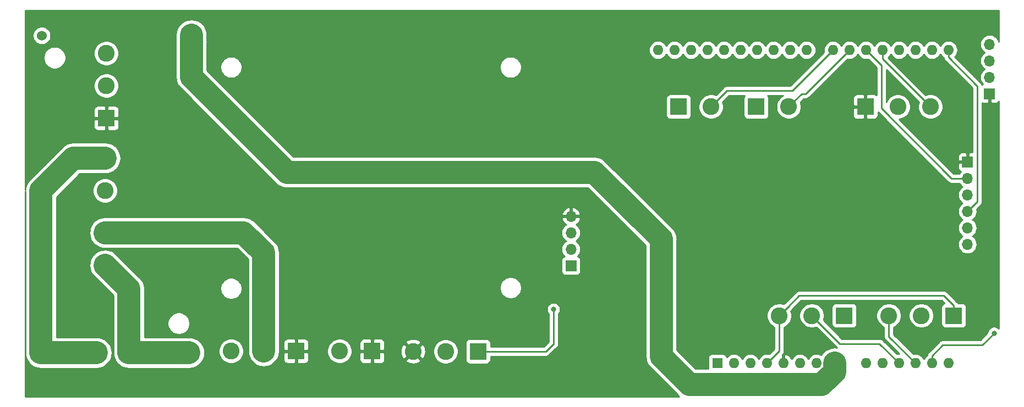
<source format=gbr>
G04 #@! TF.GenerationSoftware,KiCad,Pcbnew,(5.1.4)-1*
G04 #@! TF.CreationDate,2019-11-14T07:41:03-05:00*
G04 #@! TF.ProjectId,CapstoneSchematic,43617073-746f-46e6-9553-6368656d6174,rev?*
G04 #@! TF.SameCoordinates,Original*
G04 #@! TF.FileFunction,Copper,L1,Top*
G04 #@! TF.FilePolarity,Positive*
%FSLAX46Y46*%
G04 Gerber Fmt 4.6, Leading zero omitted, Abs format (unit mm)*
G04 Created by KiCad (PCBNEW (5.1.4)-1) date 2019-11-14 07:41:03*
%MOMM*%
%LPD*%
G04 APERTURE LIST*
%ADD10C,2.600000*%
%ADD11R,2.600000X2.600000*%
%ADD12O,1.700000X1.700000*%
%ADD13R,1.700000X1.700000*%
%ADD14O,1.600000X1.600000*%
%ADD15R,1.600000X1.600000*%
%ADD16C,1.524000*%
%ADD17C,0.800000*%
%ADD18C,0.250000*%
%ADD19C,3.560000*%
%ADD20C,2.260600*%
%ADD21C,0.254000*%
G04 APERTURE END LIST*
D10*
X99500000Y-77250000D03*
X99500000Y-82250000D03*
D11*
X99500000Y-87250000D03*
X99300000Y-93400000D03*
D10*
X99300000Y-98400000D03*
X99300000Y-109900000D03*
D11*
X99300000Y-104900000D03*
D12*
X171000000Y-104920000D03*
X171000000Y-102380000D03*
X171000000Y-107460000D03*
D13*
X171000000Y-110000000D03*
D10*
X118700000Y-123150000D03*
X123700000Y-123150000D03*
D11*
X128700000Y-123150000D03*
D10*
X135400000Y-123155000D03*
D11*
X140400000Y-123155000D03*
D10*
X146700000Y-123200000D03*
X151700000Y-123200000D03*
D11*
X156700000Y-123200000D03*
D14*
X226545000Y-76740000D03*
X229085000Y-76740000D03*
X189465000Y-76740000D03*
X229085000Y-125000000D03*
X192005000Y-76740000D03*
X226545000Y-125000000D03*
X194545000Y-76740000D03*
X224005000Y-125000000D03*
X197085000Y-76740000D03*
X221465000Y-125000000D03*
X199625000Y-76740000D03*
X218925000Y-125000000D03*
X202165000Y-76740000D03*
X216385000Y-125000000D03*
X204705000Y-76740000D03*
X211305000Y-125000000D03*
X207245000Y-76740000D03*
X208765000Y-125000000D03*
X211305000Y-76740000D03*
X206225000Y-125000000D03*
X213845000Y-76740000D03*
X203685000Y-125000000D03*
X216385000Y-76740000D03*
X201145000Y-125000000D03*
X218925000Y-76740000D03*
X198605000Y-125000000D03*
X221465000Y-76740000D03*
X196065000Y-125000000D03*
X224005000Y-76740000D03*
D15*
X193525000Y-125000000D03*
D14*
X186925000Y-76740000D03*
X184385000Y-76740000D03*
D16*
X89440000Y-123420000D03*
X112330000Y-123290000D03*
X89570000Y-74510000D03*
X112590000Y-74420000D03*
D10*
X97975000Y-123400000D03*
D11*
X102975000Y-123400000D03*
D10*
X203050000Y-117675000D03*
X208050000Y-117675000D03*
D11*
X213050000Y-117675000D03*
D10*
X219900000Y-117675000D03*
X224900000Y-117675000D03*
D11*
X229900000Y-117675000D03*
D10*
X204500000Y-85475000D03*
D11*
X199500000Y-85475000D03*
D10*
X192545000Y-85475000D03*
D11*
X187545000Y-85475000D03*
D12*
X232000000Y-106700000D03*
X232000000Y-104160000D03*
X232000000Y-101620000D03*
X232000000Y-99080000D03*
X232000000Y-96540000D03*
D13*
X232000000Y-94000000D03*
D10*
X226300000Y-85475000D03*
X221300000Y-85475000D03*
D11*
X216300000Y-85475000D03*
D12*
X235400000Y-75855000D03*
X235400000Y-78395000D03*
X235400000Y-80935000D03*
D13*
X235400000Y-83475000D03*
D17*
X236100000Y-120400000D03*
X217500000Y-82000000D03*
X220000000Y-82000000D03*
X168300000Y-116700000D03*
D18*
X234300000Y-122200000D02*
X236100000Y-120400000D01*
X228213630Y-122200000D02*
X234300000Y-122200000D01*
X226545000Y-123868630D02*
X228213630Y-122200000D01*
X226545000Y-125000000D02*
X226545000Y-123868630D01*
X219900000Y-120895000D02*
X224005000Y-125000000D01*
X219900000Y-117675000D02*
X219900000Y-120895000D01*
X203050000Y-123095000D02*
X201145000Y-125000000D01*
X203050000Y-117675000D02*
X203050000Y-123095000D01*
X229900000Y-116125000D02*
X229900000Y-117675000D01*
X228375000Y-114600000D02*
X229900000Y-116125000D01*
X206100000Y-114600000D02*
X228375000Y-114600000D01*
X204349999Y-116350001D02*
X206100000Y-114600000D01*
X204349999Y-116375001D02*
X204349999Y-116350001D01*
X203050000Y-117675000D02*
X204349999Y-116375001D01*
X218925000Y-78100000D02*
X218925000Y-76740000D01*
X226300000Y-85475000D02*
X218925000Y-78100000D01*
X167100000Y-123200000D02*
X168300000Y-122000000D01*
X156700000Y-123200000D02*
X167100000Y-123200000D01*
X168300000Y-116700000D02*
X168300000Y-122000000D01*
X168300000Y-122000000D02*
X168300000Y-122100000D01*
D19*
X211545001Y-126334401D02*
X211545001Y-125000000D01*
X209579402Y-128300000D02*
X211545001Y-126334401D01*
X189200000Y-128300000D02*
X209579402Y-128300000D01*
X184900000Y-124000000D02*
X189200000Y-128300000D01*
X184900000Y-105900000D02*
X184900000Y-124000000D01*
X112590000Y-74420000D02*
X112590000Y-75497630D01*
X112590000Y-75497630D02*
X112600000Y-75507630D01*
X112600000Y-75507630D02*
X112600000Y-80900000D01*
X112600000Y-80900000D02*
X127300000Y-95600000D01*
X127300000Y-95600000D02*
X174600000Y-95600000D01*
X174600000Y-95600000D02*
X184900000Y-105900000D01*
X123700000Y-108000000D02*
X123700000Y-123150000D01*
X99300000Y-104900000D02*
X120600000Y-104900000D01*
X120600000Y-104900000D02*
X123700000Y-108000000D01*
D18*
X112270000Y-123400000D02*
X112305000Y-123365000D01*
X112330000Y-123290000D02*
X113407630Y-123290000D01*
D20*
X112220000Y-123400000D02*
X112330000Y-123290000D01*
D19*
X107835000Y-123400000D02*
X112220000Y-123400000D01*
X102975000Y-123400000D02*
X107835000Y-123400000D01*
X102975000Y-113575000D02*
X99300000Y-109900000D01*
X102975000Y-123400000D02*
X102975000Y-113575000D01*
D18*
X98300000Y-92900000D02*
X98300000Y-94450000D01*
X89340000Y-123400000D02*
X89285000Y-123455000D01*
D20*
X89460000Y-123400000D02*
X89440000Y-123420000D01*
D19*
X96136523Y-123400000D02*
X89460000Y-123400000D01*
X97975000Y-123400000D02*
X96136523Y-123400000D01*
X94440000Y-93400000D02*
X99300000Y-93400000D01*
X89440000Y-98400000D02*
X94440000Y-93400000D01*
X89440000Y-123420000D02*
X89440000Y-98400000D01*
D18*
X208050000Y-117675000D02*
X212375000Y-122000000D01*
X218465000Y-122000000D02*
X221465000Y-125000000D01*
X212375000Y-122000000D02*
X218465000Y-122000000D01*
X229085000Y-77871370D02*
X233500000Y-82286370D01*
X229085000Y-76740000D02*
X229085000Y-77871370D01*
X233500000Y-100120000D02*
X232000000Y-101620000D01*
X233500000Y-82286370D02*
X233500000Y-100120000D01*
X232000000Y-96540000D02*
X229540000Y-96540000D01*
X216385000Y-76740000D02*
X218750000Y-79105000D01*
X218750000Y-79105000D02*
X218750000Y-85750000D01*
X229540000Y-96540000D02*
X218750000Y-85750000D01*
X192545000Y-85475000D02*
X195020000Y-83000000D01*
X205045000Y-83000000D02*
X211305000Y-76740000D01*
X195020000Y-83000000D02*
X205045000Y-83000000D01*
X204705000Y-85270000D02*
X204500000Y-85475000D01*
X204500000Y-85475000D02*
X206475000Y-83500000D01*
X207085000Y-83500000D02*
X213845000Y-76740000D01*
X206475000Y-83500000D02*
X207085000Y-83500000D01*
D21*
G36*
X236830001Y-75453415D02*
G01*
X236778599Y-75283966D01*
X236640706Y-75025986D01*
X236455134Y-74799866D01*
X236229014Y-74614294D01*
X235971034Y-74476401D01*
X235691111Y-74391487D01*
X235472950Y-74370000D01*
X235327050Y-74370000D01*
X235108889Y-74391487D01*
X234828966Y-74476401D01*
X234570986Y-74614294D01*
X234344866Y-74799866D01*
X234159294Y-75025986D01*
X234021401Y-75283966D01*
X233936487Y-75563889D01*
X233907815Y-75855000D01*
X233936487Y-76146111D01*
X234021401Y-76426034D01*
X234159294Y-76684014D01*
X234344866Y-76910134D01*
X234570986Y-77095706D01*
X234625791Y-77125000D01*
X234570986Y-77154294D01*
X234344866Y-77339866D01*
X234159294Y-77565986D01*
X234021401Y-77823966D01*
X233936487Y-78103889D01*
X233907815Y-78395000D01*
X233936487Y-78686111D01*
X234021401Y-78966034D01*
X234159294Y-79224014D01*
X234344866Y-79450134D01*
X234570986Y-79635706D01*
X234625791Y-79665000D01*
X234570986Y-79694294D01*
X234344866Y-79879866D01*
X234159294Y-80105986D01*
X234021401Y-80363966D01*
X233936487Y-80643889D01*
X233907815Y-80935000D01*
X233936487Y-81226111D01*
X234021401Y-81506034D01*
X234159294Y-81764014D01*
X234344866Y-81990134D01*
X234374687Y-82014607D01*
X234305820Y-82035498D01*
X234230336Y-82075846D01*
X234205546Y-81994123D01*
X234134975Y-81862095D01*
X234134974Y-81862093D01*
X234063799Y-81775367D01*
X234040001Y-81746369D01*
X234011004Y-81722572D01*
X230073538Y-77785107D01*
X230104608Y-77759608D01*
X230283932Y-77541101D01*
X230417182Y-77291808D01*
X230499236Y-77021309D01*
X230526943Y-76740000D01*
X230499236Y-76458691D01*
X230417182Y-76188192D01*
X230283932Y-75938899D01*
X230104608Y-75720392D01*
X229886101Y-75541068D01*
X229636808Y-75407818D01*
X229366309Y-75325764D01*
X229155492Y-75305000D01*
X229014508Y-75305000D01*
X228803691Y-75325764D01*
X228533192Y-75407818D01*
X228283899Y-75541068D01*
X228065392Y-75720392D01*
X227886068Y-75938899D01*
X227815000Y-76071858D01*
X227743932Y-75938899D01*
X227564608Y-75720392D01*
X227346101Y-75541068D01*
X227096808Y-75407818D01*
X226826309Y-75325764D01*
X226615492Y-75305000D01*
X226474508Y-75305000D01*
X226263691Y-75325764D01*
X225993192Y-75407818D01*
X225743899Y-75541068D01*
X225525392Y-75720392D01*
X225346068Y-75938899D01*
X225275000Y-76071858D01*
X225203932Y-75938899D01*
X225024608Y-75720392D01*
X224806101Y-75541068D01*
X224556808Y-75407818D01*
X224286309Y-75325764D01*
X224075492Y-75305000D01*
X223934508Y-75305000D01*
X223723691Y-75325764D01*
X223453192Y-75407818D01*
X223203899Y-75541068D01*
X222985392Y-75720392D01*
X222806068Y-75938899D01*
X222735000Y-76071858D01*
X222663932Y-75938899D01*
X222484608Y-75720392D01*
X222266101Y-75541068D01*
X222016808Y-75407818D01*
X221746309Y-75325764D01*
X221535492Y-75305000D01*
X221394508Y-75305000D01*
X221183691Y-75325764D01*
X220913192Y-75407818D01*
X220663899Y-75541068D01*
X220445392Y-75720392D01*
X220266068Y-75938899D01*
X220195000Y-76071858D01*
X220123932Y-75938899D01*
X219944608Y-75720392D01*
X219726101Y-75541068D01*
X219476808Y-75407818D01*
X219206309Y-75325764D01*
X218995492Y-75305000D01*
X218854508Y-75305000D01*
X218643691Y-75325764D01*
X218373192Y-75407818D01*
X218123899Y-75541068D01*
X217905392Y-75720392D01*
X217726068Y-75938899D01*
X217655000Y-76071858D01*
X217583932Y-75938899D01*
X217404608Y-75720392D01*
X217186101Y-75541068D01*
X216936808Y-75407818D01*
X216666309Y-75325764D01*
X216455492Y-75305000D01*
X216314508Y-75305000D01*
X216103691Y-75325764D01*
X215833192Y-75407818D01*
X215583899Y-75541068D01*
X215365392Y-75720392D01*
X215186068Y-75938899D01*
X215115000Y-76071858D01*
X215043932Y-75938899D01*
X214864608Y-75720392D01*
X214646101Y-75541068D01*
X214396808Y-75407818D01*
X214126309Y-75325764D01*
X213915492Y-75305000D01*
X213774508Y-75305000D01*
X213563691Y-75325764D01*
X213293192Y-75407818D01*
X213043899Y-75541068D01*
X212825392Y-75720392D01*
X212646068Y-75938899D01*
X212575000Y-76071858D01*
X212503932Y-75938899D01*
X212324608Y-75720392D01*
X212106101Y-75541068D01*
X211856808Y-75407818D01*
X211586309Y-75325764D01*
X211375492Y-75305000D01*
X211234508Y-75305000D01*
X211023691Y-75325764D01*
X210753192Y-75407818D01*
X210503899Y-75541068D01*
X210285392Y-75720392D01*
X210106068Y-75938899D01*
X209972818Y-76188192D01*
X209890764Y-76458691D01*
X209863057Y-76740000D01*
X209890764Y-77021309D01*
X209904292Y-77065906D01*
X204730199Y-82240000D01*
X195057333Y-82240000D01*
X195020000Y-82236323D01*
X194982667Y-82240000D01*
X194871014Y-82250997D01*
X194727753Y-82294454D01*
X194595724Y-82365026D01*
X194479999Y-82459999D01*
X194456201Y-82488997D01*
X193265986Y-83679213D01*
X193109419Y-83614361D01*
X192735581Y-83540000D01*
X192354419Y-83540000D01*
X191980581Y-83614361D01*
X191628434Y-83760225D01*
X191311509Y-83971987D01*
X191041987Y-84241509D01*
X190830225Y-84558434D01*
X190684361Y-84910581D01*
X190610000Y-85284419D01*
X190610000Y-85665581D01*
X190684361Y-86039419D01*
X190830225Y-86391566D01*
X191041987Y-86708491D01*
X191311509Y-86978013D01*
X191628434Y-87189775D01*
X191980581Y-87335639D01*
X192354419Y-87410000D01*
X192735581Y-87410000D01*
X193109419Y-87335639D01*
X193461566Y-87189775D01*
X193778491Y-86978013D01*
X194048013Y-86708491D01*
X194259775Y-86391566D01*
X194405639Y-86039419D01*
X194480000Y-85665581D01*
X194480000Y-85284419D01*
X194405639Y-84910581D01*
X194340787Y-84754014D01*
X195334802Y-83760000D01*
X197719119Y-83760000D01*
X197669463Y-83820506D01*
X197610498Y-83930820D01*
X197574188Y-84050518D01*
X197561928Y-84175000D01*
X197561928Y-86775000D01*
X197574188Y-86899482D01*
X197610498Y-87019180D01*
X197669463Y-87129494D01*
X197748815Y-87226185D01*
X197845506Y-87305537D01*
X197955820Y-87364502D01*
X198075518Y-87400812D01*
X198200000Y-87413072D01*
X200800000Y-87413072D01*
X200924482Y-87400812D01*
X201044180Y-87364502D01*
X201154494Y-87305537D01*
X201251185Y-87226185D01*
X201330537Y-87129494D01*
X201389502Y-87019180D01*
X201425812Y-86899482D01*
X201438072Y-86775000D01*
X201438072Y-84175000D01*
X201425812Y-84050518D01*
X201389502Y-83930820D01*
X201330537Y-83820506D01*
X201280881Y-83760000D01*
X203583977Y-83760000D01*
X203583434Y-83760225D01*
X203266509Y-83971987D01*
X202996987Y-84241509D01*
X202785225Y-84558434D01*
X202639361Y-84910581D01*
X202565000Y-85284419D01*
X202565000Y-85665581D01*
X202639361Y-86039419D01*
X202785225Y-86391566D01*
X202996987Y-86708491D01*
X203266509Y-86978013D01*
X203583434Y-87189775D01*
X203935581Y-87335639D01*
X204309419Y-87410000D01*
X204690581Y-87410000D01*
X205064419Y-87335639D01*
X205416566Y-87189775D01*
X205733491Y-86978013D01*
X205936504Y-86775000D01*
X214361928Y-86775000D01*
X214374188Y-86899482D01*
X214410498Y-87019180D01*
X214469463Y-87129494D01*
X214548815Y-87226185D01*
X214645506Y-87305537D01*
X214755820Y-87364502D01*
X214875518Y-87400812D01*
X215000000Y-87413072D01*
X216014250Y-87410000D01*
X216173000Y-87251250D01*
X216173000Y-85602000D01*
X214523750Y-85602000D01*
X214365000Y-85760750D01*
X214361928Y-86775000D01*
X205936504Y-86775000D01*
X206003013Y-86708491D01*
X206214775Y-86391566D01*
X206360639Y-86039419D01*
X206435000Y-85665581D01*
X206435000Y-85284419D01*
X206360639Y-84910581D01*
X206295787Y-84754015D01*
X206789802Y-84260000D01*
X207047678Y-84260000D01*
X207085000Y-84263676D01*
X207122322Y-84260000D01*
X207122333Y-84260000D01*
X207233986Y-84249003D01*
X207377247Y-84205546D01*
X207434393Y-84175000D01*
X214361928Y-84175000D01*
X214365000Y-85189250D01*
X214523750Y-85348000D01*
X216173000Y-85348000D01*
X216173000Y-83698750D01*
X216014250Y-83540000D01*
X215000000Y-83536928D01*
X214875518Y-83549188D01*
X214755820Y-83585498D01*
X214645506Y-83644463D01*
X214548815Y-83723815D01*
X214469463Y-83820506D01*
X214410498Y-83930820D01*
X214374188Y-84050518D01*
X214361928Y-84175000D01*
X207434393Y-84175000D01*
X207509276Y-84134974D01*
X207625001Y-84040001D01*
X207648804Y-84010997D01*
X213519094Y-78140708D01*
X213563691Y-78154236D01*
X213774508Y-78175000D01*
X213915492Y-78175000D01*
X214126309Y-78154236D01*
X214396808Y-78072182D01*
X214646101Y-77938932D01*
X214864608Y-77759608D01*
X215043932Y-77541101D01*
X215115000Y-77408142D01*
X215186068Y-77541101D01*
X215365392Y-77759608D01*
X215583899Y-77938932D01*
X215833192Y-78072182D01*
X216103691Y-78154236D01*
X216314508Y-78175000D01*
X216455492Y-78175000D01*
X216666309Y-78154236D01*
X216710906Y-78140708D01*
X217990000Y-79419802D01*
X217990001Y-83673602D01*
X217954494Y-83644463D01*
X217844180Y-83585498D01*
X217724482Y-83549188D01*
X217600000Y-83536928D01*
X216585750Y-83540000D01*
X216427000Y-83698750D01*
X216427000Y-85348000D01*
X216447000Y-85348000D01*
X216447000Y-85602000D01*
X216427000Y-85602000D01*
X216427000Y-87251250D01*
X216585750Y-87410000D01*
X217600000Y-87413072D01*
X217724482Y-87400812D01*
X217844180Y-87364502D01*
X217954494Y-87305537D01*
X218051185Y-87226185D01*
X218130537Y-87129494D01*
X218189502Y-87019180D01*
X218225812Y-86899482D01*
X218238072Y-86775000D01*
X218236669Y-86311888D01*
X218238998Y-86313799D01*
X228976201Y-97051003D01*
X228999999Y-97080001D01*
X229115724Y-97174974D01*
X229247753Y-97245546D01*
X229391014Y-97289003D01*
X229502667Y-97300000D01*
X229502676Y-97300000D01*
X229539999Y-97303676D01*
X229577322Y-97300000D01*
X230722405Y-97300000D01*
X230759294Y-97369014D01*
X230944866Y-97595134D01*
X231170986Y-97780706D01*
X231225791Y-97810000D01*
X231170986Y-97839294D01*
X230944866Y-98024866D01*
X230759294Y-98250986D01*
X230621401Y-98508966D01*
X230536487Y-98788889D01*
X230507815Y-99080000D01*
X230536487Y-99371111D01*
X230621401Y-99651034D01*
X230759294Y-99909014D01*
X230944866Y-100135134D01*
X231170986Y-100320706D01*
X231225791Y-100350000D01*
X231170986Y-100379294D01*
X230944866Y-100564866D01*
X230759294Y-100790986D01*
X230621401Y-101048966D01*
X230536487Y-101328889D01*
X230507815Y-101620000D01*
X230536487Y-101911111D01*
X230621401Y-102191034D01*
X230759294Y-102449014D01*
X230944866Y-102675134D01*
X231170986Y-102860706D01*
X231225791Y-102890000D01*
X231170986Y-102919294D01*
X230944866Y-103104866D01*
X230759294Y-103330986D01*
X230621401Y-103588966D01*
X230536487Y-103868889D01*
X230507815Y-104160000D01*
X230536487Y-104451111D01*
X230621401Y-104731034D01*
X230759294Y-104989014D01*
X230944866Y-105215134D01*
X231170986Y-105400706D01*
X231225791Y-105430000D01*
X231170986Y-105459294D01*
X230944866Y-105644866D01*
X230759294Y-105870986D01*
X230621401Y-106128966D01*
X230536487Y-106408889D01*
X230507815Y-106700000D01*
X230536487Y-106991111D01*
X230621401Y-107271034D01*
X230759294Y-107529014D01*
X230944866Y-107755134D01*
X231170986Y-107940706D01*
X231428966Y-108078599D01*
X231708889Y-108163513D01*
X231927050Y-108185000D01*
X232072950Y-108185000D01*
X232291111Y-108163513D01*
X232571034Y-108078599D01*
X232829014Y-107940706D01*
X233055134Y-107755134D01*
X233240706Y-107529014D01*
X233378599Y-107271034D01*
X233463513Y-106991111D01*
X233492185Y-106700000D01*
X233463513Y-106408889D01*
X233378599Y-106128966D01*
X233240706Y-105870986D01*
X233055134Y-105644866D01*
X232829014Y-105459294D01*
X232774209Y-105430000D01*
X232829014Y-105400706D01*
X233055134Y-105215134D01*
X233240706Y-104989014D01*
X233378599Y-104731034D01*
X233463513Y-104451111D01*
X233492185Y-104160000D01*
X233463513Y-103868889D01*
X233378599Y-103588966D01*
X233240706Y-103330986D01*
X233055134Y-103104866D01*
X232829014Y-102919294D01*
X232774209Y-102890000D01*
X232829014Y-102860706D01*
X233055134Y-102675134D01*
X233240706Y-102449014D01*
X233378599Y-102191034D01*
X233463513Y-101911111D01*
X233492185Y-101620000D01*
X233463513Y-101328889D01*
X233440797Y-101254005D01*
X234011003Y-100683799D01*
X234040001Y-100660001D01*
X234134974Y-100544276D01*
X234205546Y-100412247D01*
X234249003Y-100268986D01*
X234260000Y-100157333D01*
X234260000Y-100157324D01*
X234263676Y-100120001D01*
X234260000Y-100082678D01*
X234260000Y-84890010D01*
X234305820Y-84914502D01*
X234425518Y-84950812D01*
X234550000Y-84963072D01*
X235114250Y-84960000D01*
X235273000Y-84801250D01*
X235273000Y-83602000D01*
X235253000Y-83602000D01*
X235253000Y-83348000D01*
X235273000Y-83348000D01*
X235273000Y-83328000D01*
X235527000Y-83328000D01*
X235527000Y-83348000D01*
X235547000Y-83348000D01*
X235547000Y-83602000D01*
X235527000Y-83602000D01*
X235527000Y-84801250D01*
X235685750Y-84960000D01*
X236250000Y-84963072D01*
X236374482Y-84950812D01*
X236494180Y-84914502D01*
X236604494Y-84855537D01*
X236701185Y-84776185D01*
X236780537Y-84679494D01*
X236830001Y-84586955D01*
X236830000Y-119666289D01*
X236759774Y-119596063D01*
X236590256Y-119482795D01*
X236401898Y-119404774D01*
X236201939Y-119365000D01*
X235998061Y-119365000D01*
X235798102Y-119404774D01*
X235609744Y-119482795D01*
X235440226Y-119596063D01*
X235296063Y-119740226D01*
X235182795Y-119909744D01*
X235104774Y-120098102D01*
X235065000Y-120298061D01*
X235065000Y-120360198D01*
X233985199Y-121440000D01*
X228250952Y-121440000D01*
X228213629Y-121436324D01*
X228176306Y-121440000D01*
X228176297Y-121440000D01*
X228064644Y-121450997D01*
X227921383Y-121494454D01*
X227789354Y-121565026D01*
X227673629Y-121659999D01*
X227649831Y-121688997D01*
X226033998Y-123304831D01*
X226005000Y-123328629D01*
X225981202Y-123357627D01*
X225981201Y-123357628D01*
X225910026Y-123444354D01*
X225839454Y-123576384D01*
X225821353Y-123636059D01*
X225795998Y-123719644D01*
X225790428Y-123776198D01*
X225743899Y-123801068D01*
X225525392Y-123980392D01*
X225346068Y-124198899D01*
X225275000Y-124331858D01*
X225203932Y-124198899D01*
X225024608Y-123980392D01*
X224806101Y-123801068D01*
X224556808Y-123667818D01*
X224286309Y-123585764D01*
X224075492Y-123565000D01*
X223934508Y-123565000D01*
X223723691Y-123585764D01*
X223679094Y-123599292D01*
X220660000Y-120580199D01*
X220660000Y-119454627D01*
X220816566Y-119389775D01*
X221133491Y-119178013D01*
X221403013Y-118908491D01*
X221614775Y-118591566D01*
X221760639Y-118239419D01*
X221835000Y-117865581D01*
X221835000Y-117484419D01*
X222965000Y-117484419D01*
X222965000Y-117865581D01*
X223039361Y-118239419D01*
X223185225Y-118591566D01*
X223396987Y-118908491D01*
X223666509Y-119178013D01*
X223983434Y-119389775D01*
X224335581Y-119535639D01*
X224709419Y-119610000D01*
X225090581Y-119610000D01*
X225464419Y-119535639D01*
X225816566Y-119389775D01*
X226133491Y-119178013D01*
X226403013Y-118908491D01*
X226614775Y-118591566D01*
X226760639Y-118239419D01*
X226835000Y-117865581D01*
X226835000Y-117484419D01*
X226760639Y-117110581D01*
X226614775Y-116758434D01*
X226403013Y-116441509D01*
X226133491Y-116171987D01*
X225816566Y-115960225D01*
X225464419Y-115814361D01*
X225090581Y-115740000D01*
X224709419Y-115740000D01*
X224335581Y-115814361D01*
X223983434Y-115960225D01*
X223666509Y-116171987D01*
X223396987Y-116441509D01*
X223185225Y-116758434D01*
X223039361Y-117110581D01*
X222965000Y-117484419D01*
X221835000Y-117484419D01*
X221760639Y-117110581D01*
X221614775Y-116758434D01*
X221403013Y-116441509D01*
X221133491Y-116171987D01*
X220816566Y-115960225D01*
X220464419Y-115814361D01*
X220090581Y-115740000D01*
X219709419Y-115740000D01*
X219335581Y-115814361D01*
X218983434Y-115960225D01*
X218666509Y-116171987D01*
X218396987Y-116441509D01*
X218185225Y-116758434D01*
X218039361Y-117110581D01*
X217965000Y-117484419D01*
X217965000Y-117865581D01*
X218039361Y-118239419D01*
X218185225Y-118591566D01*
X218396987Y-118908491D01*
X218666509Y-119178013D01*
X218983434Y-119389775D01*
X219140001Y-119454627D01*
X219140001Y-120857668D01*
X219136324Y-120895000D01*
X219150998Y-121043985D01*
X219194454Y-121187246D01*
X219265026Y-121319276D01*
X219330303Y-121398815D01*
X219360000Y-121435001D01*
X219388998Y-121458799D01*
X221495198Y-123565000D01*
X221394508Y-123565000D01*
X221183691Y-123585764D01*
X221139094Y-123599292D01*
X219028804Y-121489003D01*
X219005001Y-121459999D01*
X218889276Y-121365026D01*
X218757247Y-121294454D01*
X218613986Y-121250997D01*
X218502333Y-121240000D01*
X218502322Y-121240000D01*
X218465000Y-121236324D01*
X218427678Y-121240000D01*
X212689802Y-121240000D01*
X209845787Y-118395986D01*
X209910639Y-118239419D01*
X209985000Y-117865581D01*
X209985000Y-117484419D01*
X209910639Y-117110581D01*
X209764775Y-116758434D01*
X209553013Y-116441509D01*
X209486504Y-116375000D01*
X211111928Y-116375000D01*
X211111928Y-118975000D01*
X211124188Y-119099482D01*
X211160498Y-119219180D01*
X211219463Y-119329494D01*
X211298815Y-119426185D01*
X211395506Y-119505537D01*
X211505820Y-119564502D01*
X211625518Y-119600812D01*
X211750000Y-119613072D01*
X214350000Y-119613072D01*
X214474482Y-119600812D01*
X214594180Y-119564502D01*
X214704494Y-119505537D01*
X214801185Y-119426185D01*
X214880537Y-119329494D01*
X214939502Y-119219180D01*
X214975812Y-119099482D01*
X214988072Y-118975000D01*
X214988072Y-116375000D01*
X214975812Y-116250518D01*
X214939502Y-116130820D01*
X214880537Y-116020506D01*
X214801185Y-115923815D01*
X214704494Y-115844463D01*
X214594180Y-115785498D01*
X214474482Y-115749188D01*
X214350000Y-115736928D01*
X211750000Y-115736928D01*
X211625518Y-115749188D01*
X211505820Y-115785498D01*
X211395506Y-115844463D01*
X211298815Y-115923815D01*
X211219463Y-116020506D01*
X211160498Y-116130820D01*
X211124188Y-116250518D01*
X211111928Y-116375000D01*
X209486504Y-116375000D01*
X209283491Y-116171987D01*
X208966566Y-115960225D01*
X208614419Y-115814361D01*
X208240581Y-115740000D01*
X207859419Y-115740000D01*
X207485581Y-115814361D01*
X207133434Y-115960225D01*
X206816509Y-116171987D01*
X206546987Y-116441509D01*
X206335225Y-116758434D01*
X206189361Y-117110581D01*
X206115000Y-117484419D01*
X206115000Y-117865581D01*
X206189361Y-118239419D01*
X206335225Y-118591566D01*
X206546987Y-118908491D01*
X206816509Y-119178013D01*
X207133434Y-119389775D01*
X207485581Y-119535639D01*
X207859419Y-119610000D01*
X208240581Y-119610000D01*
X208614419Y-119535639D01*
X208770986Y-119470787D01*
X211811200Y-122511002D01*
X211834999Y-122540001D01*
X211920678Y-122610316D01*
X211545001Y-122573315D01*
X211071579Y-122619943D01*
X210616350Y-122758035D01*
X210196808Y-122982285D01*
X209829077Y-123284075D01*
X209527287Y-123651806D01*
X209473858Y-123751763D01*
X209316808Y-123667818D01*
X209046309Y-123585764D01*
X208835492Y-123565000D01*
X208694508Y-123565000D01*
X208483691Y-123585764D01*
X208213192Y-123667818D01*
X207963899Y-123801068D01*
X207745392Y-123980392D01*
X207566068Y-124198899D01*
X207495000Y-124331858D01*
X207423932Y-124198899D01*
X207244608Y-123980392D01*
X207026101Y-123801068D01*
X206776808Y-123667818D01*
X206506309Y-123585764D01*
X206295492Y-123565000D01*
X206154508Y-123565000D01*
X205943691Y-123585764D01*
X205673192Y-123667818D01*
X205423899Y-123801068D01*
X205205392Y-123980392D01*
X205026068Y-124198899D01*
X204952421Y-124336682D01*
X204837385Y-124144869D01*
X204648414Y-123936481D01*
X204422420Y-123768963D01*
X204168087Y-123648754D01*
X204034039Y-123608096D01*
X203812000Y-123730085D01*
X203812000Y-124873000D01*
X203832000Y-124873000D01*
X203832000Y-125127000D01*
X203812000Y-125127000D01*
X203812000Y-125147000D01*
X203558000Y-125147000D01*
X203558000Y-125127000D01*
X203538000Y-125127000D01*
X203538000Y-124873000D01*
X203558000Y-124873000D01*
X203558000Y-123730085D01*
X203513929Y-123705872D01*
X203561003Y-123658799D01*
X203590001Y-123635001D01*
X203684974Y-123519276D01*
X203755546Y-123387247D01*
X203799003Y-123243986D01*
X203810000Y-123132333D01*
X203810000Y-123132323D01*
X203813676Y-123095000D01*
X203810000Y-123057677D01*
X203810000Y-119454627D01*
X203966566Y-119389775D01*
X204283491Y-119178013D01*
X204553013Y-118908491D01*
X204764775Y-118591566D01*
X204910639Y-118239419D01*
X204985000Y-117865581D01*
X204985000Y-117484419D01*
X204910639Y-117110581D01*
X204845787Y-116954015D01*
X204861003Y-116938799D01*
X204890000Y-116915002D01*
X204984973Y-116799277D01*
X204995823Y-116778978D01*
X206414802Y-115360000D01*
X228060199Y-115360000D01*
X228455469Y-115755270D01*
X228355820Y-115785498D01*
X228245506Y-115844463D01*
X228148815Y-115923815D01*
X228069463Y-116020506D01*
X228010498Y-116130820D01*
X227974188Y-116250518D01*
X227961928Y-116375000D01*
X227961928Y-118975000D01*
X227974188Y-119099482D01*
X228010498Y-119219180D01*
X228069463Y-119329494D01*
X228148815Y-119426185D01*
X228245506Y-119505537D01*
X228355820Y-119564502D01*
X228475518Y-119600812D01*
X228600000Y-119613072D01*
X231200000Y-119613072D01*
X231324482Y-119600812D01*
X231444180Y-119564502D01*
X231554494Y-119505537D01*
X231651185Y-119426185D01*
X231730537Y-119329494D01*
X231789502Y-119219180D01*
X231825812Y-119099482D01*
X231838072Y-118975000D01*
X231838072Y-116375000D01*
X231825812Y-116250518D01*
X231789502Y-116130820D01*
X231730537Y-116020506D01*
X231651185Y-115923815D01*
X231554494Y-115844463D01*
X231444180Y-115785498D01*
X231324482Y-115749188D01*
X231200000Y-115736928D01*
X230554326Y-115736928D01*
X230534974Y-115700724D01*
X230440001Y-115584999D01*
X230411004Y-115561202D01*
X228938804Y-114089003D01*
X228915001Y-114059999D01*
X228799276Y-113965026D01*
X228667247Y-113894454D01*
X228523986Y-113850997D01*
X228412333Y-113840000D01*
X228412322Y-113840000D01*
X228375000Y-113836324D01*
X228337678Y-113840000D01*
X206137322Y-113840000D01*
X206099999Y-113836324D01*
X206062676Y-113840000D01*
X206062667Y-113840000D01*
X205951014Y-113850997D01*
X205807753Y-113894454D01*
X205675723Y-113965026D01*
X205643470Y-113991496D01*
X205559999Y-114059999D01*
X205536201Y-114088997D01*
X203839000Y-115786199D01*
X203809998Y-115810000D01*
X203757709Y-115873714D01*
X203614419Y-115814361D01*
X203240581Y-115740000D01*
X202859419Y-115740000D01*
X202485581Y-115814361D01*
X202133434Y-115960225D01*
X201816509Y-116171987D01*
X201546987Y-116441509D01*
X201335225Y-116758434D01*
X201189361Y-117110581D01*
X201115000Y-117484419D01*
X201115000Y-117865581D01*
X201189361Y-118239419D01*
X201335225Y-118591566D01*
X201546987Y-118908491D01*
X201816509Y-119178013D01*
X202133434Y-119389775D01*
X202290000Y-119454627D01*
X202290001Y-122780197D01*
X201470906Y-123599292D01*
X201426309Y-123585764D01*
X201215492Y-123565000D01*
X201074508Y-123565000D01*
X200863691Y-123585764D01*
X200593192Y-123667818D01*
X200343899Y-123801068D01*
X200125392Y-123980392D01*
X199946068Y-124198899D01*
X199875000Y-124331858D01*
X199803932Y-124198899D01*
X199624608Y-123980392D01*
X199406101Y-123801068D01*
X199156808Y-123667818D01*
X198886309Y-123585764D01*
X198675492Y-123565000D01*
X198534508Y-123565000D01*
X198323691Y-123585764D01*
X198053192Y-123667818D01*
X197803899Y-123801068D01*
X197585392Y-123980392D01*
X197406068Y-124198899D01*
X197335000Y-124331858D01*
X197263932Y-124198899D01*
X197084608Y-123980392D01*
X196866101Y-123801068D01*
X196616808Y-123667818D01*
X196346309Y-123585764D01*
X196135492Y-123565000D01*
X195994508Y-123565000D01*
X195783691Y-123585764D01*
X195513192Y-123667818D01*
X195263899Y-123801068D01*
X195045392Y-123980392D01*
X194952581Y-124093482D01*
X194950812Y-124075518D01*
X194914502Y-123955820D01*
X194855537Y-123845506D01*
X194776185Y-123748815D01*
X194679494Y-123669463D01*
X194569180Y-123610498D01*
X194449482Y-123574188D01*
X194325000Y-123561928D01*
X192725000Y-123561928D01*
X192600518Y-123574188D01*
X192480820Y-123610498D01*
X192370506Y-123669463D01*
X192273815Y-123748815D01*
X192194463Y-123845506D01*
X192135498Y-123955820D01*
X192099188Y-124075518D01*
X192086928Y-124200000D01*
X192086928Y-125800000D01*
X192095299Y-125885000D01*
X190200325Y-125885000D01*
X187315000Y-122999675D01*
X187315000Y-106018632D01*
X187326684Y-105900000D01*
X187315000Y-105781368D01*
X187315000Y-105781360D01*
X187280057Y-105426577D01*
X187141965Y-104971348D01*
X186917715Y-104551806D01*
X186691554Y-104276228D01*
X186691550Y-104276224D01*
X186615925Y-104184075D01*
X186523777Y-104108451D01*
X176391553Y-93976228D01*
X176315925Y-93884075D01*
X175948194Y-93582285D01*
X175528652Y-93358035D01*
X175073423Y-93219943D01*
X174718640Y-93185000D01*
X174718632Y-93185000D01*
X174600000Y-93173316D01*
X174481368Y-93185000D01*
X128300325Y-93185000D01*
X119290325Y-84175000D01*
X185606928Y-84175000D01*
X185606928Y-86775000D01*
X185619188Y-86899482D01*
X185655498Y-87019180D01*
X185714463Y-87129494D01*
X185793815Y-87226185D01*
X185890506Y-87305537D01*
X186000820Y-87364502D01*
X186120518Y-87400812D01*
X186245000Y-87413072D01*
X188845000Y-87413072D01*
X188969482Y-87400812D01*
X189089180Y-87364502D01*
X189199494Y-87305537D01*
X189296185Y-87226185D01*
X189375537Y-87129494D01*
X189434502Y-87019180D01*
X189470812Y-86899482D01*
X189483072Y-86775000D01*
X189483072Y-84175000D01*
X189470812Y-84050518D01*
X189434502Y-83930820D01*
X189375537Y-83820506D01*
X189296185Y-83723815D01*
X189199494Y-83644463D01*
X189089180Y-83585498D01*
X188969482Y-83549188D01*
X188845000Y-83536928D01*
X186245000Y-83536928D01*
X186120518Y-83549188D01*
X186000820Y-83585498D01*
X185890506Y-83644463D01*
X185793815Y-83723815D01*
X185714463Y-83820506D01*
X185655498Y-83930820D01*
X185619188Y-84050518D01*
X185606928Y-84175000D01*
X119290325Y-84175000D01*
X115015000Y-79899675D01*
X115015000Y-79234042D01*
X117015000Y-79234042D01*
X117015000Y-79565958D01*
X117079754Y-79891496D01*
X117206772Y-80198147D01*
X117391175Y-80474125D01*
X117625875Y-80708825D01*
X117901853Y-80893228D01*
X118208504Y-81020246D01*
X118534042Y-81085000D01*
X118865958Y-81085000D01*
X119191496Y-81020246D01*
X119498147Y-80893228D01*
X119774125Y-80708825D01*
X120008825Y-80474125D01*
X120193228Y-80198147D01*
X120320246Y-79891496D01*
X120385000Y-79565958D01*
X120385000Y-79234042D01*
X160015000Y-79234042D01*
X160015000Y-79565958D01*
X160079754Y-79891496D01*
X160206772Y-80198147D01*
X160391175Y-80474125D01*
X160625875Y-80708825D01*
X160901853Y-80893228D01*
X161208504Y-81020246D01*
X161534042Y-81085000D01*
X161865958Y-81085000D01*
X162191496Y-81020246D01*
X162498147Y-80893228D01*
X162774125Y-80708825D01*
X163008825Y-80474125D01*
X163193228Y-80198147D01*
X163320246Y-79891496D01*
X163385000Y-79565958D01*
X163385000Y-79234042D01*
X163320246Y-78908504D01*
X163193228Y-78601853D01*
X163008825Y-78325875D01*
X162774125Y-78091175D01*
X162498147Y-77906772D01*
X162191496Y-77779754D01*
X161865958Y-77715000D01*
X161534042Y-77715000D01*
X161208504Y-77779754D01*
X160901853Y-77906772D01*
X160625875Y-78091175D01*
X160391175Y-78325875D01*
X160206772Y-78601853D01*
X160079754Y-78908504D01*
X160015000Y-79234042D01*
X120385000Y-79234042D01*
X120320246Y-78908504D01*
X120193228Y-78601853D01*
X120008825Y-78325875D01*
X119774125Y-78091175D01*
X119498147Y-77906772D01*
X119191496Y-77779754D01*
X118865958Y-77715000D01*
X118534042Y-77715000D01*
X118208504Y-77779754D01*
X117901853Y-77906772D01*
X117625875Y-78091175D01*
X117391175Y-78325875D01*
X117206772Y-78601853D01*
X117079754Y-78908504D01*
X117015000Y-79234042D01*
X115015000Y-79234042D01*
X115015000Y-76740000D01*
X182943057Y-76740000D01*
X182970764Y-77021309D01*
X183052818Y-77291808D01*
X183186068Y-77541101D01*
X183365392Y-77759608D01*
X183583899Y-77938932D01*
X183833192Y-78072182D01*
X184103691Y-78154236D01*
X184314508Y-78175000D01*
X184455492Y-78175000D01*
X184666309Y-78154236D01*
X184936808Y-78072182D01*
X185186101Y-77938932D01*
X185404608Y-77759608D01*
X185583932Y-77541101D01*
X185655000Y-77408142D01*
X185726068Y-77541101D01*
X185905392Y-77759608D01*
X186123899Y-77938932D01*
X186373192Y-78072182D01*
X186643691Y-78154236D01*
X186854508Y-78175000D01*
X186995492Y-78175000D01*
X187206309Y-78154236D01*
X187476808Y-78072182D01*
X187726101Y-77938932D01*
X187944608Y-77759608D01*
X188123932Y-77541101D01*
X188195000Y-77408142D01*
X188266068Y-77541101D01*
X188445392Y-77759608D01*
X188663899Y-77938932D01*
X188913192Y-78072182D01*
X189183691Y-78154236D01*
X189394508Y-78175000D01*
X189535492Y-78175000D01*
X189746309Y-78154236D01*
X190016808Y-78072182D01*
X190266101Y-77938932D01*
X190484608Y-77759608D01*
X190663932Y-77541101D01*
X190735000Y-77408142D01*
X190806068Y-77541101D01*
X190985392Y-77759608D01*
X191203899Y-77938932D01*
X191453192Y-78072182D01*
X191723691Y-78154236D01*
X191934508Y-78175000D01*
X192075492Y-78175000D01*
X192286309Y-78154236D01*
X192556808Y-78072182D01*
X192806101Y-77938932D01*
X193024608Y-77759608D01*
X193203932Y-77541101D01*
X193275000Y-77408142D01*
X193346068Y-77541101D01*
X193525392Y-77759608D01*
X193743899Y-77938932D01*
X193993192Y-78072182D01*
X194263691Y-78154236D01*
X194474508Y-78175000D01*
X194615492Y-78175000D01*
X194826309Y-78154236D01*
X195096808Y-78072182D01*
X195346101Y-77938932D01*
X195564608Y-77759608D01*
X195743932Y-77541101D01*
X195815000Y-77408142D01*
X195886068Y-77541101D01*
X196065392Y-77759608D01*
X196283899Y-77938932D01*
X196533192Y-78072182D01*
X196803691Y-78154236D01*
X197014508Y-78175000D01*
X197155492Y-78175000D01*
X197366309Y-78154236D01*
X197636808Y-78072182D01*
X197886101Y-77938932D01*
X198104608Y-77759608D01*
X198283932Y-77541101D01*
X198355000Y-77408142D01*
X198426068Y-77541101D01*
X198605392Y-77759608D01*
X198823899Y-77938932D01*
X199073192Y-78072182D01*
X199343691Y-78154236D01*
X199554508Y-78175000D01*
X199695492Y-78175000D01*
X199906309Y-78154236D01*
X200176808Y-78072182D01*
X200426101Y-77938932D01*
X200644608Y-77759608D01*
X200823932Y-77541101D01*
X200895000Y-77408142D01*
X200966068Y-77541101D01*
X201145392Y-77759608D01*
X201363899Y-77938932D01*
X201613192Y-78072182D01*
X201883691Y-78154236D01*
X202094508Y-78175000D01*
X202235492Y-78175000D01*
X202446309Y-78154236D01*
X202716808Y-78072182D01*
X202966101Y-77938932D01*
X203184608Y-77759608D01*
X203363932Y-77541101D01*
X203435000Y-77408142D01*
X203506068Y-77541101D01*
X203685392Y-77759608D01*
X203903899Y-77938932D01*
X204153192Y-78072182D01*
X204423691Y-78154236D01*
X204634508Y-78175000D01*
X204775492Y-78175000D01*
X204986309Y-78154236D01*
X205256808Y-78072182D01*
X205506101Y-77938932D01*
X205724608Y-77759608D01*
X205903932Y-77541101D01*
X205975000Y-77408142D01*
X206046068Y-77541101D01*
X206225392Y-77759608D01*
X206443899Y-77938932D01*
X206693192Y-78072182D01*
X206963691Y-78154236D01*
X207174508Y-78175000D01*
X207315492Y-78175000D01*
X207526309Y-78154236D01*
X207796808Y-78072182D01*
X208046101Y-77938932D01*
X208264608Y-77759608D01*
X208443932Y-77541101D01*
X208577182Y-77291808D01*
X208659236Y-77021309D01*
X208686943Y-76740000D01*
X208659236Y-76458691D01*
X208577182Y-76188192D01*
X208443932Y-75938899D01*
X208264608Y-75720392D01*
X208046101Y-75541068D01*
X207796808Y-75407818D01*
X207526309Y-75325764D01*
X207315492Y-75305000D01*
X207174508Y-75305000D01*
X206963691Y-75325764D01*
X206693192Y-75407818D01*
X206443899Y-75541068D01*
X206225392Y-75720392D01*
X206046068Y-75938899D01*
X205975000Y-76071858D01*
X205903932Y-75938899D01*
X205724608Y-75720392D01*
X205506101Y-75541068D01*
X205256808Y-75407818D01*
X204986309Y-75325764D01*
X204775492Y-75305000D01*
X204634508Y-75305000D01*
X204423691Y-75325764D01*
X204153192Y-75407818D01*
X203903899Y-75541068D01*
X203685392Y-75720392D01*
X203506068Y-75938899D01*
X203435000Y-76071858D01*
X203363932Y-75938899D01*
X203184608Y-75720392D01*
X202966101Y-75541068D01*
X202716808Y-75407818D01*
X202446309Y-75325764D01*
X202235492Y-75305000D01*
X202094508Y-75305000D01*
X201883691Y-75325764D01*
X201613192Y-75407818D01*
X201363899Y-75541068D01*
X201145392Y-75720392D01*
X200966068Y-75938899D01*
X200895000Y-76071858D01*
X200823932Y-75938899D01*
X200644608Y-75720392D01*
X200426101Y-75541068D01*
X200176808Y-75407818D01*
X199906309Y-75325764D01*
X199695492Y-75305000D01*
X199554508Y-75305000D01*
X199343691Y-75325764D01*
X199073192Y-75407818D01*
X198823899Y-75541068D01*
X198605392Y-75720392D01*
X198426068Y-75938899D01*
X198355000Y-76071858D01*
X198283932Y-75938899D01*
X198104608Y-75720392D01*
X197886101Y-75541068D01*
X197636808Y-75407818D01*
X197366309Y-75325764D01*
X197155492Y-75305000D01*
X197014508Y-75305000D01*
X196803691Y-75325764D01*
X196533192Y-75407818D01*
X196283899Y-75541068D01*
X196065392Y-75720392D01*
X195886068Y-75938899D01*
X195815000Y-76071858D01*
X195743932Y-75938899D01*
X195564608Y-75720392D01*
X195346101Y-75541068D01*
X195096808Y-75407818D01*
X194826309Y-75325764D01*
X194615492Y-75305000D01*
X194474508Y-75305000D01*
X194263691Y-75325764D01*
X193993192Y-75407818D01*
X193743899Y-75541068D01*
X193525392Y-75720392D01*
X193346068Y-75938899D01*
X193275000Y-76071858D01*
X193203932Y-75938899D01*
X193024608Y-75720392D01*
X192806101Y-75541068D01*
X192556808Y-75407818D01*
X192286309Y-75325764D01*
X192075492Y-75305000D01*
X191934508Y-75305000D01*
X191723691Y-75325764D01*
X191453192Y-75407818D01*
X191203899Y-75541068D01*
X190985392Y-75720392D01*
X190806068Y-75938899D01*
X190735000Y-76071858D01*
X190663932Y-75938899D01*
X190484608Y-75720392D01*
X190266101Y-75541068D01*
X190016808Y-75407818D01*
X189746309Y-75325764D01*
X189535492Y-75305000D01*
X189394508Y-75305000D01*
X189183691Y-75325764D01*
X188913192Y-75407818D01*
X188663899Y-75541068D01*
X188445392Y-75720392D01*
X188266068Y-75938899D01*
X188195000Y-76071858D01*
X188123932Y-75938899D01*
X187944608Y-75720392D01*
X187726101Y-75541068D01*
X187476808Y-75407818D01*
X187206309Y-75325764D01*
X186995492Y-75305000D01*
X186854508Y-75305000D01*
X186643691Y-75325764D01*
X186373192Y-75407818D01*
X186123899Y-75541068D01*
X185905392Y-75720392D01*
X185726068Y-75938899D01*
X185655000Y-76071858D01*
X185583932Y-75938899D01*
X185404608Y-75720392D01*
X185186101Y-75541068D01*
X184936808Y-75407818D01*
X184666309Y-75325764D01*
X184455492Y-75305000D01*
X184314508Y-75305000D01*
X184103691Y-75325764D01*
X183833192Y-75407818D01*
X183583899Y-75541068D01*
X183365392Y-75720392D01*
X183186068Y-75938899D01*
X183052818Y-76188192D01*
X182970764Y-76458691D01*
X182943057Y-76740000D01*
X115015000Y-76740000D01*
X115015000Y-75626259D01*
X115026684Y-75507629D01*
X115015000Y-75389000D01*
X115015000Y-75388990D01*
X115005000Y-75287458D01*
X115005000Y-74301360D01*
X114970057Y-73946577D01*
X114831965Y-73491348D01*
X114607715Y-73071806D01*
X114305925Y-72704075D01*
X113938193Y-72402285D01*
X113518651Y-72178035D01*
X113063422Y-72039943D01*
X112590000Y-71993315D01*
X112116577Y-72039943D01*
X111661348Y-72178035D01*
X111241806Y-72402285D01*
X110874075Y-72704075D01*
X110572285Y-73071807D01*
X110348035Y-73491349D01*
X110209943Y-73946578D01*
X110175000Y-74301361D01*
X110175000Y-75378998D01*
X110163316Y-75497630D01*
X110175000Y-75616262D01*
X110175000Y-75616270D01*
X110185000Y-75717803D01*
X110185001Y-80781358D01*
X110173316Y-80900000D01*
X110219943Y-81373422D01*
X110358036Y-81828652D01*
X110582285Y-82248193D01*
X110808446Y-82523771D01*
X110808451Y-82523776D01*
X110884076Y-82615925D01*
X110976225Y-82691550D01*
X125508446Y-97223771D01*
X125584075Y-97315925D01*
X125951806Y-97617715D01*
X126371348Y-97841965D01*
X126826577Y-97980057D01*
X127181360Y-98015000D01*
X127181369Y-98015000D01*
X127299999Y-98026684D01*
X127418629Y-98015000D01*
X173599675Y-98015000D01*
X182485000Y-106900326D01*
X182485001Y-123881358D01*
X182473316Y-124000000D01*
X182519943Y-124473422D01*
X182658036Y-124928652D01*
X182882285Y-125348193D01*
X183108446Y-125623771D01*
X183108451Y-125623776D01*
X183184076Y-125715925D01*
X183276225Y-125791550D01*
X187408446Y-129923771D01*
X187484075Y-130015925D01*
X187647445Y-130150000D01*
X87020000Y-130150000D01*
X87020000Y-98467865D01*
X87025001Y-98518642D01*
X87025000Y-123538639D01*
X87059943Y-123893422D01*
X87198035Y-124348651D01*
X87422285Y-124768193D01*
X87724075Y-125135925D01*
X88091806Y-125437715D01*
X88511348Y-125661965D01*
X88966577Y-125800057D01*
X89440000Y-125846685D01*
X89761703Y-125815000D01*
X98093640Y-125815000D01*
X98448423Y-125780057D01*
X98903652Y-125641965D01*
X99323194Y-125417715D01*
X99690925Y-125115925D01*
X99992715Y-124748194D01*
X100216965Y-124328652D01*
X100355057Y-123873423D01*
X100401685Y-123400000D01*
X100355057Y-122926577D01*
X100216965Y-122471348D01*
X99992715Y-122051806D01*
X99690925Y-121684075D01*
X99323194Y-121382285D01*
X98903652Y-121158035D01*
X98448423Y-121019943D01*
X98093640Y-120985000D01*
X91855000Y-120985000D01*
X91855000Y-109900000D01*
X96873316Y-109900000D01*
X96919943Y-110373422D01*
X97058036Y-110828652D01*
X97282285Y-111248193D01*
X97508446Y-111523771D01*
X100560001Y-114575327D01*
X100560000Y-123281360D01*
X100548315Y-123400000D01*
X100594943Y-123873423D01*
X100733035Y-124328652D01*
X100957285Y-124748194D01*
X101066365Y-124881109D01*
X101085498Y-124944180D01*
X101144463Y-125054494D01*
X101223815Y-125151185D01*
X101320506Y-125230537D01*
X101430820Y-125289502D01*
X101493891Y-125308635D01*
X101626806Y-125417715D01*
X102046348Y-125641965D01*
X102501577Y-125780057D01*
X102975000Y-125826685D01*
X103093640Y-125815000D01*
X112338640Y-125815000D01*
X112693423Y-125780057D01*
X113148652Y-125641965D01*
X113568194Y-125417715D01*
X113935925Y-125115925D01*
X114237715Y-124748194D01*
X114461965Y-124328652D01*
X114600057Y-123873423D01*
X114646685Y-123400000D01*
X114603292Y-122959419D01*
X116765000Y-122959419D01*
X116765000Y-123340581D01*
X116839361Y-123714419D01*
X116985225Y-124066566D01*
X117196987Y-124383491D01*
X117466509Y-124653013D01*
X117783434Y-124864775D01*
X118135581Y-125010639D01*
X118509419Y-125085000D01*
X118890581Y-125085000D01*
X119264419Y-125010639D01*
X119616566Y-124864775D01*
X119933491Y-124653013D01*
X120203013Y-124383491D01*
X120414775Y-124066566D01*
X120560639Y-123714419D01*
X120635000Y-123340581D01*
X120635000Y-122959419D01*
X120560639Y-122585581D01*
X120414775Y-122233434D01*
X120203013Y-121916509D01*
X119933491Y-121646987D01*
X119616566Y-121435225D01*
X119264419Y-121289361D01*
X118890581Y-121215000D01*
X118509419Y-121215000D01*
X118135581Y-121289361D01*
X117783434Y-121435225D01*
X117466509Y-121646987D01*
X117196987Y-121916509D01*
X116985225Y-122233434D01*
X116839361Y-122585581D01*
X116765000Y-122959419D01*
X114603292Y-122959419D01*
X114600057Y-122926577D01*
X114461965Y-122471348D01*
X114237715Y-122051806D01*
X113935925Y-121684075D01*
X113568194Y-121382285D01*
X113148652Y-121158035D01*
X112693423Y-121019943D01*
X112338640Y-120985000D01*
X105390000Y-120985000D01*
X105390000Y-118709117D01*
X108895000Y-118709117D01*
X108895000Y-119050883D01*
X108961675Y-119386081D01*
X109092463Y-119701831D01*
X109282337Y-119985998D01*
X109524002Y-120227663D01*
X109808169Y-120417537D01*
X110123919Y-120548325D01*
X110459117Y-120615000D01*
X110800883Y-120615000D01*
X111136081Y-120548325D01*
X111451831Y-120417537D01*
X111735998Y-120227663D01*
X111977663Y-119985998D01*
X112167537Y-119701831D01*
X112298325Y-119386081D01*
X112365000Y-119050883D01*
X112365000Y-118709117D01*
X112298325Y-118373919D01*
X112167537Y-118058169D01*
X111977663Y-117774002D01*
X111735998Y-117532337D01*
X111451831Y-117342463D01*
X111136081Y-117211675D01*
X110800883Y-117145000D01*
X110459117Y-117145000D01*
X110123919Y-117211675D01*
X109808169Y-117342463D01*
X109524002Y-117532337D01*
X109282337Y-117774002D01*
X109092463Y-118058169D01*
X108961675Y-118373919D01*
X108895000Y-118709117D01*
X105390000Y-118709117D01*
X105390000Y-113693632D01*
X105401684Y-113575000D01*
X105390000Y-113456368D01*
X105390000Y-113456360D01*
X105377953Y-113334042D01*
X117015000Y-113334042D01*
X117015000Y-113665958D01*
X117079754Y-113991496D01*
X117206772Y-114298147D01*
X117391175Y-114574125D01*
X117625875Y-114808825D01*
X117901853Y-114993228D01*
X118208504Y-115120246D01*
X118534042Y-115185000D01*
X118865958Y-115185000D01*
X119191496Y-115120246D01*
X119498147Y-114993228D01*
X119774125Y-114808825D01*
X120008825Y-114574125D01*
X120193228Y-114298147D01*
X120320246Y-113991496D01*
X120385000Y-113665958D01*
X120385000Y-113334042D01*
X120320246Y-113008504D01*
X120193228Y-112701853D01*
X120008825Y-112425875D01*
X119774125Y-112191175D01*
X119498147Y-112006772D01*
X119191496Y-111879754D01*
X118865958Y-111815000D01*
X118534042Y-111815000D01*
X118208504Y-111879754D01*
X117901853Y-112006772D01*
X117625875Y-112191175D01*
X117391175Y-112425875D01*
X117206772Y-112701853D01*
X117079754Y-113008504D01*
X117015000Y-113334042D01*
X105377953Y-113334042D01*
X105355057Y-113101577D01*
X105216965Y-112646348D01*
X104992715Y-112226806D01*
X104963473Y-112191175D01*
X104766554Y-111951228D01*
X104766550Y-111951224D01*
X104690925Y-111859075D01*
X104598776Y-111783450D01*
X100923771Y-108108446D01*
X100648193Y-107882285D01*
X100228652Y-107658036D01*
X99773422Y-107519943D01*
X99300000Y-107473316D01*
X98826578Y-107519943D01*
X98371348Y-107658036D01*
X97951807Y-107882285D01*
X97584075Y-108184075D01*
X97282285Y-108551807D01*
X97058036Y-108971348D01*
X96919943Y-109426578D01*
X96873316Y-109900000D01*
X91855000Y-109900000D01*
X91855000Y-104900000D01*
X96873315Y-104900000D01*
X96919943Y-105373423D01*
X97058035Y-105828652D01*
X97282285Y-106248194D01*
X97391365Y-106381109D01*
X97410498Y-106444180D01*
X97469463Y-106554494D01*
X97548815Y-106651185D01*
X97645506Y-106730537D01*
X97755820Y-106789502D01*
X97818891Y-106808635D01*
X97951806Y-106917715D01*
X98371348Y-107141965D01*
X98826577Y-107280057D01*
X99181360Y-107315000D01*
X119599675Y-107315000D01*
X121285000Y-109000325D01*
X121285001Y-123268640D01*
X121319944Y-123623423D01*
X121458036Y-124078652D01*
X121682286Y-124498194D01*
X121984076Y-124865925D01*
X122351807Y-125167715D01*
X122771349Y-125391965D01*
X123226578Y-125530057D01*
X123700000Y-125576685D01*
X124173423Y-125530057D01*
X124628652Y-125391965D01*
X125048194Y-125167715D01*
X125415925Y-124865925D01*
X125717715Y-124498194D01*
X125743475Y-124450000D01*
X126761928Y-124450000D01*
X126774188Y-124574482D01*
X126810498Y-124694180D01*
X126869463Y-124804494D01*
X126948815Y-124901185D01*
X127045506Y-124980537D01*
X127155820Y-125039502D01*
X127275518Y-125075812D01*
X127400000Y-125088072D01*
X128414250Y-125085000D01*
X128573000Y-124926250D01*
X128573000Y-123277000D01*
X128827000Y-123277000D01*
X128827000Y-124926250D01*
X128985750Y-125085000D01*
X130000000Y-125088072D01*
X130124482Y-125075812D01*
X130244180Y-125039502D01*
X130354494Y-124980537D01*
X130451185Y-124901185D01*
X130530537Y-124804494D01*
X130589502Y-124694180D01*
X130625812Y-124574482D01*
X130638072Y-124450000D01*
X130635000Y-123435750D01*
X130476250Y-123277000D01*
X128827000Y-123277000D01*
X128573000Y-123277000D01*
X126923750Y-123277000D01*
X126765000Y-123435750D01*
X126761928Y-124450000D01*
X125743475Y-124450000D01*
X125941965Y-124078652D01*
X126080057Y-123623423D01*
X126115000Y-123268640D01*
X126115000Y-121850000D01*
X126761928Y-121850000D01*
X126765000Y-122864250D01*
X126923750Y-123023000D01*
X128573000Y-123023000D01*
X128573000Y-121373750D01*
X128827000Y-121373750D01*
X128827000Y-123023000D01*
X130476250Y-123023000D01*
X130534831Y-122964419D01*
X133465000Y-122964419D01*
X133465000Y-123345581D01*
X133539361Y-123719419D01*
X133685225Y-124071566D01*
X133896987Y-124388491D01*
X134166509Y-124658013D01*
X134483434Y-124869775D01*
X134835581Y-125015639D01*
X135209419Y-125090000D01*
X135590581Y-125090000D01*
X135964419Y-125015639D01*
X136316566Y-124869775D01*
X136633491Y-124658013D01*
X136836504Y-124455000D01*
X138461928Y-124455000D01*
X138474188Y-124579482D01*
X138510498Y-124699180D01*
X138569463Y-124809494D01*
X138648815Y-124906185D01*
X138745506Y-124985537D01*
X138855820Y-125044502D01*
X138975518Y-125080812D01*
X139100000Y-125093072D01*
X140114250Y-125090000D01*
X140273000Y-124931250D01*
X140273000Y-123282000D01*
X140527000Y-123282000D01*
X140527000Y-124931250D01*
X140685750Y-125090000D01*
X141700000Y-125093072D01*
X141824482Y-125080812D01*
X141944180Y-125044502D01*
X142054494Y-124985537D01*
X142151185Y-124906185D01*
X142230537Y-124809494D01*
X142289502Y-124699180D01*
X142325812Y-124579482D01*
X142328792Y-124549224D01*
X145530381Y-124549224D01*
X145662317Y-124844312D01*
X146003045Y-125015159D01*
X146370557Y-125116250D01*
X146750729Y-125143701D01*
X147128951Y-125096457D01*
X147490690Y-124976333D01*
X147737683Y-124844312D01*
X147869619Y-124549224D01*
X146700000Y-123379605D01*
X145530381Y-124549224D01*
X142328792Y-124549224D01*
X142338072Y-124455000D01*
X142335000Y-123440750D01*
X142176250Y-123282000D01*
X140527000Y-123282000D01*
X140273000Y-123282000D01*
X138623750Y-123282000D01*
X138465000Y-123440750D01*
X138461928Y-124455000D01*
X136836504Y-124455000D01*
X136903013Y-124388491D01*
X137114775Y-124071566D01*
X137260639Y-123719419D01*
X137335000Y-123345581D01*
X137335000Y-123250729D01*
X144756299Y-123250729D01*
X144803543Y-123628951D01*
X144923667Y-123990690D01*
X145055688Y-124237683D01*
X145350776Y-124369619D01*
X146520395Y-123200000D01*
X146879605Y-123200000D01*
X148049224Y-124369619D01*
X148344312Y-124237683D01*
X148515159Y-123896955D01*
X148616250Y-123529443D01*
X148643701Y-123149271D01*
X148626232Y-123009419D01*
X149765000Y-123009419D01*
X149765000Y-123390581D01*
X149839361Y-123764419D01*
X149985225Y-124116566D01*
X150196987Y-124433491D01*
X150466509Y-124703013D01*
X150783434Y-124914775D01*
X151135581Y-125060639D01*
X151509419Y-125135000D01*
X151890581Y-125135000D01*
X152264419Y-125060639D01*
X152616566Y-124914775D01*
X152933491Y-124703013D01*
X153203013Y-124433491D01*
X153414775Y-124116566D01*
X153560639Y-123764419D01*
X153635000Y-123390581D01*
X153635000Y-123009419D01*
X153560639Y-122635581D01*
X153414775Y-122283434D01*
X153203013Y-121966509D01*
X153136504Y-121900000D01*
X154761928Y-121900000D01*
X154761928Y-124500000D01*
X154774188Y-124624482D01*
X154810498Y-124744180D01*
X154869463Y-124854494D01*
X154948815Y-124951185D01*
X155045506Y-125030537D01*
X155155820Y-125089502D01*
X155275518Y-125125812D01*
X155400000Y-125138072D01*
X158000000Y-125138072D01*
X158124482Y-125125812D01*
X158244180Y-125089502D01*
X158354494Y-125030537D01*
X158451185Y-124951185D01*
X158530537Y-124854494D01*
X158589502Y-124744180D01*
X158625812Y-124624482D01*
X158638072Y-124500000D01*
X158638072Y-123960000D01*
X167062678Y-123960000D01*
X167100000Y-123963676D01*
X167137322Y-123960000D01*
X167137333Y-123960000D01*
X167248986Y-123949003D01*
X167392247Y-123905546D01*
X167524276Y-123834974D01*
X167640001Y-123740001D01*
X167663804Y-123710997D01*
X168559245Y-122815557D01*
X168592247Y-122805546D01*
X168724276Y-122734974D01*
X168840001Y-122640001D01*
X168934974Y-122524275D01*
X169005546Y-122392246D01*
X169049003Y-122248985D01*
X169060000Y-122137332D01*
X169060000Y-122037324D01*
X169063676Y-122000001D01*
X169060000Y-121962678D01*
X169060000Y-117403711D01*
X169103937Y-117359774D01*
X169217205Y-117190256D01*
X169295226Y-117001898D01*
X169335000Y-116801939D01*
X169335000Y-116598061D01*
X169295226Y-116398102D01*
X169217205Y-116209744D01*
X169103937Y-116040226D01*
X168959774Y-115896063D01*
X168790256Y-115782795D01*
X168601898Y-115704774D01*
X168401939Y-115665000D01*
X168198061Y-115665000D01*
X167998102Y-115704774D01*
X167809744Y-115782795D01*
X167640226Y-115896063D01*
X167496063Y-116040226D01*
X167382795Y-116209744D01*
X167304774Y-116398102D01*
X167265000Y-116598061D01*
X167265000Y-116801939D01*
X167304774Y-117001898D01*
X167382795Y-117190256D01*
X167496063Y-117359774D01*
X167540000Y-117403711D01*
X167540001Y-121685197D01*
X166785199Y-122440000D01*
X158638072Y-122440000D01*
X158638072Y-121900000D01*
X158625812Y-121775518D01*
X158589502Y-121655820D01*
X158530537Y-121545506D01*
X158451185Y-121448815D01*
X158354494Y-121369463D01*
X158244180Y-121310498D01*
X158124482Y-121274188D01*
X158000000Y-121261928D01*
X155400000Y-121261928D01*
X155275518Y-121274188D01*
X155155820Y-121310498D01*
X155045506Y-121369463D01*
X154948815Y-121448815D01*
X154869463Y-121545506D01*
X154810498Y-121655820D01*
X154774188Y-121775518D01*
X154761928Y-121900000D01*
X153136504Y-121900000D01*
X152933491Y-121696987D01*
X152616566Y-121485225D01*
X152264419Y-121339361D01*
X151890581Y-121265000D01*
X151509419Y-121265000D01*
X151135581Y-121339361D01*
X150783434Y-121485225D01*
X150466509Y-121696987D01*
X150196987Y-121966509D01*
X149985225Y-122283434D01*
X149839361Y-122635581D01*
X149765000Y-123009419D01*
X148626232Y-123009419D01*
X148596457Y-122771049D01*
X148476333Y-122409310D01*
X148344312Y-122162317D01*
X148049224Y-122030381D01*
X146879605Y-123200000D01*
X146520395Y-123200000D01*
X145350776Y-122030381D01*
X145055688Y-122162317D01*
X144884841Y-122503045D01*
X144783750Y-122870557D01*
X144756299Y-123250729D01*
X137335000Y-123250729D01*
X137335000Y-122964419D01*
X137260639Y-122590581D01*
X137114775Y-122238434D01*
X136903013Y-121921509D01*
X136836504Y-121855000D01*
X138461928Y-121855000D01*
X138465000Y-122869250D01*
X138623750Y-123028000D01*
X140273000Y-123028000D01*
X140273000Y-121378750D01*
X140527000Y-121378750D01*
X140527000Y-123028000D01*
X142176250Y-123028000D01*
X142335000Y-122869250D01*
X142338072Y-121855000D01*
X142337656Y-121850776D01*
X145530381Y-121850776D01*
X146700000Y-123020395D01*
X147869619Y-121850776D01*
X147737683Y-121555688D01*
X147396955Y-121384841D01*
X147029443Y-121283750D01*
X146649271Y-121256299D01*
X146271049Y-121303543D01*
X145909310Y-121423667D01*
X145662317Y-121555688D01*
X145530381Y-121850776D01*
X142337656Y-121850776D01*
X142325812Y-121730518D01*
X142289502Y-121610820D01*
X142230537Y-121500506D01*
X142151185Y-121403815D01*
X142054494Y-121324463D01*
X141944180Y-121265498D01*
X141824482Y-121229188D01*
X141700000Y-121216928D01*
X140685750Y-121220000D01*
X140527000Y-121378750D01*
X140273000Y-121378750D01*
X140114250Y-121220000D01*
X139100000Y-121216928D01*
X138975518Y-121229188D01*
X138855820Y-121265498D01*
X138745506Y-121324463D01*
X138648815Y-121403815D01*
X138569463Y-121500506D01*
X138510498Y-121610820D01*
X138474188Y-121730518D01*
X138461928Y-121855000D01*
X136836504Y-121855000D01*
X136633491Y-121651987D01*
X136316566Y-121440225D01*
X135964419Y-121294361D01*
X135590581Y-121220000D01*
X135209419Y-121220000D01*
X134835581Y-121294361D01*
X134483434Y-121440225D01*
X134166509Y-121651987D01*
X133896987Y-121921509D01*
X133685225Y-122238434D01*
X133539361Y-122590581D01*
X133465000Y-122964419D01*
X130534831Y-122964419D01*
X130635000Y-122864250D01*
X130638072Y-121850000D01*
X130625812Y-121725518D01*
X130589502Y-121605820D01*
X130530537Y-121495506D01*
X130451185Y-121398815D01*
X130354494Y-121319463D01*
X130244180Y-121260498D01*
X130124482Y-121224188D01*
X130000000Y-121211928D01*
X128985750Y-121215000D01*
X128827000Y-121373750D01*
X128573000Y-121373750D01*
X128414250Y-121215000D01*
X127400000Y-121211928D01*
X127275518Y-121224188D01*
X127155820Y-121260498D01*
X127045506Y-121319463D01*
X126948815Y-121398815D01*
X126869463Y-121495506D01*
X126810498Y-121605820D01*
X126774188Y-121725518D01*
X126761928Y-121850000D01*
X126115000Y-121850000D01*
X126115000Y-113234042D01*
X160015000Y-113234042D01*
X160015000Y-113565958D01*
X160079754Y-113891496D01*
X160206772Y-114198147D01*
X160391175Y-114474125D01*
X160625875Y-114708825D01*
X160901853Y-114893228D01*
X161208504Y-115020246D01*
X161534042Y-115085000D01*
X161865958Y-115085000D01*
X162191496Y-115020246D01*
X162498147Y-114893228D01*
X162774125Y-114708825D01*
X163008825Y-114474125D01*
X163193228Y-114198147D01*
X163320246Y-113891496D01*
X163385000Y-113565958D01*
X163385000Y-113234042D01*
X163320246Y-112908504D01*
X163193228Y-112601853D01*
X163008825Y-112325875D01*
X162774125Y-112091175D01*
X162498147Y-111906772D01*
X162191496Y-111779754D01*
X161865958Y-111715000D01*
X161534042Y-111715000D01*
X161208504Y-111779754D01*
X160901853Y-111906772D01*
X160625875Y-112091175D01*
X160391175Y-112325875D01*
X160206772Y-112601853D01*
X160079754Y-112908504D01*
X160015000Y-113234042D01*
X126115000Y-113234042D01*
X126115000Y-108118631D01*
X126126684Y-107999999D01*
X126115000Y-107881367D01*
X126115000Y-107881360D01*
X126080057Y-107526577D01*
X125941965Y-107071348D01*
X125717715Y-106651806D01*
X125415925Y-106284075D01*
X125323772Y-106208447D01*
X124035325Y-104920000D01*
X169507815Y-104920000D01*
X169536487Y-105211111D01*
X169621401Y-105491034D01*
X169759294Y-105749014D01*
X169944866Y-105975134D01*
X170170986Y-106160706D01*
X170225791Y-106190000D01*
X170170986Y-106219294D01*
X169944866Y-106404866D01*
X169759294Y-106630986D01*
X169621401Y-106888966D01*
X169536487Y-107168889D01*
X169507815Y-107460000D01*
X169536487Y-107751111D01*
X169621401Y-108031034D01*
X169759294Y-108289014D01*
X169944866Y-108515134D01*
X169974687Y-108539607D01*
X169905820Y-108560498D01*
X169795506Y-108619463D01*
X169698815Y-108698815D01*
X169619463Y-108795506D01*
X169560498Y-108905820D01*
X169524188Y-109025518D01*
X169511928Y-109150000D01*
X169511928Y-110850000D01*
X169524188Y-110974482D01*
X169560498Y-111094180D01*
X169619463Y-111204494D01*
X169698815Y-111301185D01*
X169795506Y-111380537D01*
X169905820Y-111439502D01*
X170025518Y-111475812D01*
X170150000Y-111488072D01*
X171850000Y-111488072D01*
X171974482Y-111475812D01*
X172094180Y-111439502D01*
X172204494Y-111380537D01*
X172301185Y-111301185D01*
X172380537Y-111204494D01*
X172439502Y-111094180D01*
X172475812Y-110974482D01*
X172488072Y-110850000D01*
X172488072Y-109150000D01*
X172475812Y-109025518D01*
X172439502Y-108905820D01*
X172380537Y-108795506D01*
X172301185Y-108698815D01*
X172204494Y-108619463D01*
X172094180Y-108560498D01*
X172025313Y-108539607D01*
X172055134Y-108515134D01*
X172240706Y-108289014D01*
X172378599Y-108031034D01*
X172463513Y-107751111D01*
X172492185Y-107460000D01*
X172463513Y-107168889D01*
X172378599Y-106888966D01*
X172240706Y-106630986D01*
X172055134Y-106404866D01*
X171829014Y-106219294D01*
X171774209Y-106190000D01*
X171829014Y-106160706D01*
X172055134Y-105975134D01*
X172240706Y-105749014D01*
X172378599Y-105491034D01*
X172463513Y-105211111D01*
X172492185Y-104920000D01*
X172463513Y-104628889D01*
X172378599Y-104348966D01*
X172240706Y-104090986D01*
X172055134Y-103864866D01*
X171829014Y-103679294D01*
X171764477Y-103644799D01*
X171881355Y-103575178D01*
X172097588Y-103380269D01*
X172271641Y-103146920D01*
X172396825Y-102884099D01*
X172441476Y-102736890D01*
X172320155Y-102507000D01*
X171127000Y-102507000D01*
X171127000Y-102527000D01*
X170873000Y-102527000D01*
X170873000Y-102507000D01*
X169679845Y-102507000D01*
X169558524Y-102736890D01*
X169603175Y-102884099D01*
X169728359Y-103146920D01*
X169902412Y-103380269D01*
X170118645Y-103575178D01*
X170235523Y-103644799D01*
X170170986Y-103679294D01*
X169944866Y-103864866D01*
X169759294Y-104090986D01*
X169621401Y-104348966D01*
X169536487Y-104628889D01*
X169507815Y-104920000D01*
X124035325Y-104920000D01*
X122391554Y-103276229D01*
X122315925Y-103184075D01*
X121948194Y-102882285D01*
X121528652Y-102658035D01*
X121073423Y-102519943D01*
X120718640Y-102485000D01*
X120718632Y-102485000D01*
X120600000Y-102473316D01*
X120481368Y-102485000D01*
X99181360Y-102485000D01*
X98826577Y-102519943D01*
X98371348Y-102658035D01*
X97951806Y-102882285D01*
X97818891Y-102991365D01*
X97755820Y-103010498D01*
X97645506Y-103069463D01*
X97548815Y-103148815D01*
X97469463Y-103245506D01*
X97410498Y-103355820D01*
X97391365Y-103418891D01*
X97282285Y-103551806D01*
X97058035Y-103971348D01*
X96919943Y-104426577D01*
X96873315Y-104900000D01*
X91855000Y-104900000D01*
X91855000Y-102023110D01*
X169558524Y-102023110D01*
X169679845Y-102253000D01*
X170873000Y-102253000D01*
X170873000Y-101059186D01*
X171127000Y-101059186D01*
X171127000Y-102253000D01*
X172320155Y-102253000D01*
X172441476Y-102023110D01*
X172396825Y-101875901D01*
X172271641Y-101613080D01*
X172097588Y-101379731D01*
X171881355Y-101184822D01*
X171631252Y-101035843D01*
X171356891Y-100938519D01*
X171127000Y-101059186D01*
X170873000Y-101059186D01*
X170643109Y-100938519D01*
X170368748Y-101035843D01*
X170118645Y-101184822D01*
X169902412Y-101379731D01*
X169728359Y-101613080D01*
X169603175Y-101875901D01*
X169558524Y-102023110D01*
X91855000Y-102023110D01*
X91855000Y-99400325D01*
X93045906Y-98209419D01*
X97365000Y-98209419D01*
X97365000Y-98590581D01*
X97439361Y-98964419D01*
X97585225Y-99316566D01*
X97796987Y-99633491D01*
X98066509Y-99903013D01*
X98383434Y-100114775D01*
X98735581Y-100260639D01*
X99109419Y-100335000D01*
X99490581Y-100335000D01*
X99864419Y-100260639D01*
X100216566Y-100114775D01*
X100533491Y-99903013D01*
X100803013Y-99633491D01*
X101014775Y-99316566D01*
X101160639Y-98964419D01*
X101235000Y-98590581D01*
X101235000Y-98209419D01*
X101160639Y-97835581D01*
X101014775Y-97483434D01*
X100803013Y-97166509D01*
X100533491Y-96896987D01*
X100216566Y-96685225D01*
X99864419Y-96539361D01*
X99490581Y-96465000D01*
X99109419Y-96465000D01*
X98735581Y-96539361D01*
X98383434Y-96685225D01*
X98066509Y-96896987D01*
X97796987Y-97166509D01*
X97585225Y-97483434D01*
X97439361Y-97835581D01*
X97365000Y-98209419D01*
X93045906Y-98209419D01*
X95440326Y-95815000D01*
X99418640Y-95815000D01*
X99773423Y-95780057D01*
X100228652Y-95641965D01*
X100648194Y-95417715D01*
X100781109Y-95308635D01*
X100844180Y-95289502D01*
X100954494Y-95230537D01*
X101051185Y-95151185D01*
X101130537Y-95054494D01*
X101189502Y-94944180D01*
X101208635Y-94881109D01*
X101317715Y-94748194D01*
X101541965Y-94328652D01*
X101680057Y-93873423D01*
X101726685Y-93400000D01*
X101680057Y-92926577D01*
X101541965Y-92471348D01*
X101317715Y-92051806D01*
X101208635Y-91918891D01*
X101189502Y-91855820D01*
X101130537Y-91745506D01*
X101051185Y-91648815D01*
X100954494Y-91569463D01*
X100844180Y-91510498D01*
X100781109Y-91491365D01*
X100648194Y-91382285D01*
X100228652Y-91158035D01*
X99773423Y-91019943D01*
X99418640Y-90985000D01*
X94558632Y-90985000D01*
X94440000Y-90973316D01*
X94321368Y-90985000D01*
X94321360Y-90985000D01*
X93966577Y-91019943D01*
X93511348Y-91158035D01*
X93091806Y-91382285D01*
X92816228Y-91608446D01*
X92816224Y-91608450D01*
X92724075Y-91684075D01*
X92648450Y-91776224D01*
X87816225Y-96608450D01*
X87724076Y-96684075D01*
X87648451Y-96776224D01*
X87648446Y-96776229D01*
X87422285Y-97051807D01*
X87198036Y-97471348D01*
X87059943Y-97926578D01*
X87020000Y-98332135D01*
X87020000Y-88550000D01*
X97561928Y-88550000D01*
X97574188Y-88674482D01*
X97610498Y-88794180D01*
X97669463Y-88904494D01*
X97748815Y-89001185D01*
X97845506Y-89080537D01*
X97955820Y-89139502D01*
X98075518Y-89175812D01*
X98200000Y-89188072D01*
X99214250Y-89185000D01*
X99373000Y-89026250D01*
X99373000Y-87377000D01*
X99627000Y-87377000D01*
X99627000Y-89026250D01*
X99785750Y-89185000D01*
X100800000Y-89188072D01*
X100924482Y-89175812D01*
X101044180Y-89139502D01*
X101154494Y-89080537D01*
X101251185Y-89001185D01*
X101330537Y-88904494D01*
X101389502Y-88794180D01*
X101425812Y-88674482D01*
X101438072Y-88550000D01*
X101435000Y-87535750D01*
X101276250Y-87377000D01*
X99627000Y-87377000D01*
X99373000Y-87377000D01*
X97723750Y-87377000D01*
X97565000Y-87535750D01*
X97561928Y-88550000D01*
X87020000Y-88550000D01*
X87020000Y-85950000D01*
X97561928Y-85950000D01*
X97565000Y-86964250D01*
X97723750Y-87123000D01*
X99373000Y-87123000D01*
X99373000Y-85473750D01*
X99627000Y-85473750D01*
X99627000Y-87123000D01*
X101276250Y-87123000D01*
X101435000Y-86964250D01*
X101438072Y-85950000D01*
X101425812Y-85825518D01*
X101389502Y-85705820D01*
X101330537Y-85595506D01*
X101251185Y-85498815D01*
X101154494Y-85419463D01*
X101044180Y-85360498D01*
X100924482Y-85324188D01*
X100800000Y-85311928D01*
X99785750Y-85315000D01*
X99627000Y-85473750D01*
X99373000Y-85473750D01*
X99214250Y-85315000D01*
X98200000Y-85311928D01*
X98075518Y-85324188D01*
X97955820Y-85360498D01*
X97845506Y-85419463D01*
X97748815Y-85498815D01*
X97669463Y-85595506D01*
X97610498Y-85705820D01*
X97574188Y-85825518D01*
X97561928Y-85950000D01*
X87020000Y-85950000D01*
X87020000Y-82059419D01*
X97565000Y-82059419D01*
X97565000Y-82440581D01*
X97639361Y-82814419D01*
X97785225Y-83166566D01*
X97996987Y-83483491D01*
X98266509Y-83753013D01*
X98583434Y-83964775D01*
X98935581Y-84110639D01*
X99309419Y-84185000D01*
X99690581Y-84185000D01*
X100064419Y-84110639D01*
X100416566Y-83964775D01*
X100733491Y-83753013D01*
X101003013Y-83483491D01*
X101214775Y-83166566D01*
X101360639Y-82814419D01*
X101435000Y-82440581D01*
X101435000Y-82059419D01*
X101360639Y-81685581D01*
X101214775Y-81333434D01*
X101003013Y-81016509D01*
X100733491Y-80746987D01*
X100416566Y-80535225D01*
X100064419Y-80389361D01*
X99690581Y-80315000D01*
X99309419Y-80315000D01*
X98935581Y-80389361D01*
X98583434Y-80535225D01*
X98266509Y-80746987D01*
X97996987Y-81016509D01*
X97785225Y-81333434D01*
X97639361Y-81685581D01*
X97565000Y-82059419D01*
X87020000Y-82059419D01*
X87020000Y-77769117D01*
X89815000Y-77769117D01*
X89815000Y-78110883D01*
X89881675Y-78446081D01*
X90012463Y-78761831D01*
X90202337Y-79045998D01*
X90444002Y-79287663D01*
X90728169Y-79477537D01*
X91043919Y-79608325D01*
X91379117Y-79675000D01*
X91720883Y-79675000D01*
X92056081Y-79608325D01*
X92371831Y-79477537D01*
X92655998Y-79287663D01*
X92897663Y-79045998D01*
X93087537Y-78761831D01*
X93218325Y-78446081D01*
X93285000Y-78110883D01*
X93285000Y-77769117D01*
X93218325Y-77433919D01*
X93087537Y-77118169D01*
X93048282Y-77059419D01*
X97565000Y-77059419D01*
X97565000Y-77440581D01*
X97639361Y-77814419D01*
X97785225Y-78166566D01*
X97996987Y-78483491D01*
X98266509Y-78753013D01*
X98583434Y-78964775D01*
X98935581Y-79110639D01*
X99309419Y-79185000D01*
X99690581Y-79185000D01*
X100064419Y-79110639D01*
X100416566Y-78964775D01*
X100733491Y-78753013D01*
X101003013Y-78483491D01*
X101214775Y-78166566D01*
X101360639Y-77814419D01*
X101435000Y-77440581D01*
X101435000Y-77059419D01*
X101360639Y-76685581D01*
X101214775Y-76333434D01*
X101003013Y-76016509D01*
X100733491Y-75746987D01*
X100416566Y-75535225D01*
X100064419Y-75389361D01*
X99690581Y-75315000D01*
X99309419Y-75315000D01*
X98935581Y-75389361D01*
X98583434Y-75535225D01*
X98266509Y-75746987D01*
X97996987Y-76016509D01*
X97785225Y-76333434D01*
X97639361Y-76685581D01*
X97565000Y-77059419D01*
X93048282Y-77059419D01*
X92897663Y-76834002D01*
X92655998Y-76592337D01*
X92371831Y-76402463D01*
X92056081Y-76271675D01*
X91720883Y-76205000D01*
X91379117Y-76205000D01*
X91043919Y-76271675D01*
X90728169Y-76402463D01*
X90444002Y-76592337D01*
X90202337Y-76834002D01*
X90012463Y-77118169D01*
X89881675Y-77433919D01*
X89815000Y-77769117D01*
X87020000Y-77769117D01*
X87020000Y-74372408D01*
X88173000Y-74372408D01*
X88173000Y-74647592D01*
X88226686Y-74917490D01*
X88331995Y-75171727D01*
X88484880Y-75400535D01*
X88679465Y-75595120D01*
X88908273Y-75748005D01*
X89162510Y-75853314D01*
X89432408Y-75907000D01*
X89707592Y-75907000D01*
X89977490Y-75853314D01*
X90231727Y-75748005D01*
X90460535Y-75595120D01*
X90655120Y-75400535D01*
X90808005Y-75171727D01*
X90913314Y-74917490D01*
X90967000Y-74647592D01*
X90967000Y-74372408D01*
X90913314Y-74102510D01*
X90808005Y-73848273D01*
X90655120Y-73619465D01*
X90460535Y-73424880D01*
X90231727Y-73271995D01*
X89977490Y-73166686D01*
X89707592Y-73113000D01*
X89432408Y-73113000D01*
X89162510Y-73166686D01*
X88908273Y-73271995D01*
X88679465Y-73424880D01*
X88484880Y-73619465D01*
X88331995Y-73848273D01*
X88226686Y-74102510D01*
X88173000Y-74372408D01*
X87020000Y-74372408D01*
X87020000Y-70670000D01*
X236830001Y-70670000D01*
X236830001Y-75453415D01*
X236830001Y-75453415D01*
G37*
X236830001Y-75453415D02*
X236778599Y-75283966D01*
X236640706Y-75025986D01*
X236455134Y-74799866D01*
X236229014Y-74614294D01*
X235971034Y-74476401D01*
X235691111Y-74391487D01*
X235472950Y-74370000D01*
X235327050Y-74370000D01*
X235108889Y-74391487D01*
X234828966Y-74476401D01*
X234570986Y-74614294D01*
X234344866Y-74799866D01*
X234159294Y-75025986D01*
X234021401Y-75283966D01*
X233936487Y-75563889D01*
X233907815Y-75855000D01*
X233936487Y-76146111D01*
X234021401Y-76426034D01*
X234159294Y-76684014D01*
X234344866Y-76910134D01*
X234570986Y-77095706D01*
X234625791Y-77125000D01*
X234570986Y-77154294D01*
X234344866Y-77339866D01*
X234159294Y-77565986D01*
X234021401Y-77823966D01*
X233936487Y-78103889D01*
X233907815Y-78395000D01*
X233936487Y-78686111D01*
X234021401Y-78966034D01*
X234159294Y-79224014D01*
X234344866Y-79450134D01*
X234570986Y-79635706D01*
X234625791Y-79665000D01*
X234570986Y-79694294D01*
X234344866Y-79879866D01*
X234159294Y-80105986D01*
X234021401Y-80363966D01*
X233936487Y-80643889D01*
X233907815Y-80935000D01*
X233936487Y-81226111D01*
X234021401Y-81506034D01*
X234159294Y-81764014D01*
X234344866Y-81990134D01*
X234374687Y-82014607D01*
X234305820Y-82035498D01*
X234230336Y-82075846D01*
X234205546Y-81994123D01*
X234134975Y-81862095D01*
X234134974Y-81862093D01*
X234063799Y-81775367D01*
X234040001Y-81746369D01*
X234011004Y-81722572D01*
X230073538Y-77785107D01*
X230104608Y-77759608D01*
X230283932Y-77541101D01*
X230417182Y-77291808D01*
X230499236Y-77021309D01*
X230526943Y-76740000D01*
X230499236Y-76458691D01*
X230417182Y-76188192D01*
X230283932Y-75938899D01*
X230104608Y-75720392D01*
X229886101Y-75541068D01*
X229636808Y-75407818D01*
X229366309Y-75325764D01*
X229155492Y-75305000D01*
X229014508Y-75305000D01*
X228803691Y-75325764D01*
X228533192Y-75407818D01*
X228283899Y-75541068D01*
X228065392Y-75720392D01*
X227886068Y-75938899D01*
X227815000Y-76071858D01*
X227743932Y-75938899D01*
X227564608Y-75720392D01*
X227346101Y-75541068D01*
X227096808Y-75407818D01*
X226826309Y-75325764D01*
X226615492Y-75305000D01*
X226474508Y-75305000D01*
X226263691Y-75325764D01*
X225993192Y-75407818D01*
X225743899Y-75541068D01*
X225525392Y-75720392D01*
X225346068Y-75938899D01*
X225275000Y-76071858D01*
X225203932Y-75938899D01*
X225024608Y-75720392D01*
X224806101Y-75541068D01*
X224556808Y-75407818D01*
X224286309Y-75325764D01*
X224075492Y-75305000D01*
X223934508Y-75305000D01*
X223723691Y-75325764D01*
X223453192Y-75407818D01*
X223203899Y-75541068D01*
X222985392Y-75720392D01*
X222806068Y-75938899D01*
X222735000Y-76071858D01*
X222663932Y-75938899D01*
X222484608Y-75720392D01*
X222266101Y-75541068D01*
X222016808Y-75407818D01*
X221746309Y-75325764D01*
X221535492Y-75305000D01*
X221394508Y-75305000D01*
X221183691Y-75325764D01*
X220913192Y-75407818D01*
X220663899Y-75541068D01*
X220445392Y-75720392D01*
X220266068Y-75938899D01*
X220195000Y-76071858D01*
X220123932Y-75938899D01*
X219944608Y-75720392D01*
X219726101Y-75541068D01*
X219476808Y-75407818D01*
X219206309Y-75325764D01*
X218995492Y-75305000D01*
X218854508Y-75305000D01*
X218643691Y-75325764D01*
X218373192Y-75407818D01*
X218123899Y-75541068D01*
X217905392Y-75720392D01*
X217726068Y-75938899D01*
X217655000Y-76071858D01*
X217583932Y-75938899D01*
X217404608Y-75720392D01*
X217186101Y-75541068D01*
X216936808Y-75407818D01*
X216666309Y-75325764D01*
X216455492Y-75305000D01*
X216314508Y-75305000D01*
X216103691Y-75325764D01*
X215833192Y-75407818D01*
X215583899Y-75541068D01*
X215365392Y-75720392D01*
X215186068Y-75938899D01*
X215115000Y-76071858D01*
X215043932Y-75938899D01*
X214864608Y-75720392D01*
X214646101Y-75541068D01*
X214396808Y-75407818D01*
X214126309Y-75325764D01*
X213915492Y-75305000D01*
X213774508Y-75305000D01*
X213563691Y-75325764D01*
X213293192Y-75407818D01*
X213043899Y-75541068D01*
X212825392Y-75720392D01*
X212646068Y-75938899D01*
X212575000Y-76071858D01*
X212503932Y-75938899D01*
X212324608Y-75720392D01*
X212106101Y-75541068D01*
X211856808Y-75407818D01*
X211586309Y-75325764D01*
X211375492Y-75305000D01*
X211234508Y-75305000D01*
X211023691Y-75325764D01*
X210753192Y-75407818D01*
X210503899Y-75541068D01*
X210285392Y-75720392D01*
X210106068Y-75938899D01*
X209972818Y-76188192D01*
X209890764Y-76458691D01*
X209863057Y-76740000D01*
X209890764Y-77021309D01*
X209904292Y-77065906D01*
X204730199Y-82240000D01*
X195057333Y-82240000D01*
X195020000Y-82236323D01*
X194982667Y-82240000D01*
X194871014Y-82250997D01*
X194727753Y-82294454D01*
X194595724Y-82365026D01*
X194479999Y-82459999D01*
X194456201Y-82488997D01*
X193265986Y-83679213D01*
X193109419Y-83614361D01*
X192735581Y-83540000D01*
X192354419Y-83540000D01*
X191980581Y-83614361D01*
X191628434Y-83760225D01*
X191311509Y-83971987D01*
X191041987Y-84241509D01*
X190830225Y-84558434D01*
X190684361Y-84910581D01*
X190610000Y-85284419D01*
X190610000Y-85665581D01*
X190684361Y-86039419D01*
X190830225Y-86391566D01*
X191041987Y-86708491D01*
X191311509Y-86978013D01*
X191628434Y-87189775D01*
X191980581Y-87335639D01*
X192354419Y-87410000D01*
X192735581Y-87410000D01*
X193109419Y-87335639D01*
X193461566Y-87189775D01*
X193778491Y-86978013D01*
X194048013Y-86708491D01*
X194259775Y-86391566D01*
X194405639Y-86039419D01*
X194480000Y-85665581D01*
X194480000Y-85284419D01*
X194405639Y-84910581D01*
X194340787Y-84754014D01*
X195334802Y-83760000D01*
X197719119Y-83760000D01*
X197669463Y-83820506D01*
X197610498Y-83930820D01*
X197574188Y-84050518D01*
X197561928Y-84175000D01*
X197561928Y-86775000D01*
X197574188Y-86899482D01*
X197610498Y-87019180D01*
X197669463Y-87129494D01*
X197748815Y-87226185D01*
X197845506Y-87305537D01*
X197955820Y-87364502D01*
X198075518Y-87400812D01*
X198200000Y-87413072D01*
X200800000Y-87413072D01*
X200924482Y-87400812D01*
X201044180Y-87364502D01*
X201154494Y-87305537D01*
X201251185Y-87226185D01*
X201330537Y-87129494D01*
X201389502Y-87019180D01*
X201425812Y-86899482D01*
X201438072Y-86775000D01*
X201438072Y-84175000D01*
X201425812Y-84050518D01*
X201389502Y-83930820D01*
X201330537Y-83820506D01*
X201280881Y-83760000D01*
X203583977Y-83760000D01*
X203583434Y-83760225D01*
X203266509Y-83971987D01*
X202996987Y-84241509D01*
X202785225Y-84558434D01*
X202639361Y-84910581D01*
X202565000Y-85284419D01*
X202565000Y-85665581D01*
X202639361Y-86039419D01*
X202785225Y-86391566D01*
X202996987Y-86708491D01*
X203266509Y-86978013D01*
X203583434Y-87189775D01*
X203935581Y-87335639D01*
X204309419Y-87410000D01*
X204690581Y-87410000D01*
X205064419Y-87335639D01*
X205416566Y-87189775D01*
X205733491Y-86978013D01*
X205936504Y-86775000D01*
X214361928Y-86775000D01*
X214374188Y-86899482D01*
X214410498Y-87019180D01*
X214469463Y-87129494D01*
X214548815Y-87226185D01*
X214645506Y-87305537D01*
X214755820Y-87364502D01*
X214875518Y-87400812D01*
X215000000Y-87413072D01*
X216014250Y-87410000D01*
X216173000Y-87251250D01*
X216173000Y-85602000D01*
X214523750Y-85602000D01*
X214365000Y-85760750D01*
X214361928Y-86775000D01*
X205936504Y-86775000D01*
X206003013Y-86708491D01*
X206214775Y-86391566D01*
X206360639Y-86039419D01*
X206435000Y-85665581D01*
X206435000Y-85284419D01*
X206360639Y-84910581D01*
X206295787Y-84754015D01*
X206789802Y-84260000D01*
X207047678Y-84260000D01*
X207085000Y-84263676D01*
X207122322Y-84260000D01*
X207122333Y-84260000D01*
X207233986Y-84249003D01*
X207377247Y-84205546D01*
X207434393Y-84175000D01*
X214361928Y-84175000D01*
X214365000Y-85189250D01*
X214523750Y-85348000D01*
X216173000Y-85348000D01*
X216173000Y-83698750D01*
X216014250Y-83540000D01*
X215000000Y-83536928D01*
X214875518Y-83549188D01*
X214755820Y-83585498D01*
X214645506Y-83644463D01*
X214548815Y-83723815D01*
X214469463Y-83820506D01*
X214410498Y-83930820D01*
X214374188Y-84050518D01*
X214361928Y-84175000D01*
X207434393Y-84175000D01*
X207509276Y-84134974D01*
X207625001Y-84040001D01*
X207648804Y-84010997D01*
X213519094Y-78140708D01*
X213563691Y-78154236D01*
X213774508Y-78175000D01*
X213915492Y-78175000D01*
X214126309Y-78154236D01*
X214396808Y-78072182D01*
X214646101Y-77938932D01*
X214864608Y-77759608D01*
X215043932Y-77541101D01*
X215115000Y-77408142D01*
X215186068Y-77541101D01*
X215365392Y-77759608D01*
X215583899Y-77938932D01*
X215833192Y-78072182D01*
X216103691Y-78154236D01*
X216314508Y-78175000D01*
X216455492Y-78175000D01*
X216666309Y-78154236D01*
X216710906Y-78140708D01*
X217990000Y-79419802D01*
X217990001Y-83673602D01*
X217954494Y-83644463D01*
X217844180Y-83585498D01*
X217724482Y-83549188D01*
X217600000Y-83536928D01*
X216585750Y-83540000D01*
X216427000Y-83698750D01*
X216427000Y-85348000D01*
X216447000Y-85348000D01*
X216447000Y-85602000D01*
X216427000Y-85602000D01*
X216427000Y-87251250D01*
X216585750Y-87410000D01*
X217600000Y-87413072D01*
X217724482Y-87400812D01*
X217844180Y-87364502D01*
X217954494Y-87305537D01*
X218051185Y-87226185D01*
X218130537Y-87129494D01*
X218189502Y-87019180D01*
X218225812Y-86899482D01*
X218238072Y-86775000D01*
X218236669Y-86311888D01*
X218238998Y-86313799D01*
X228976201Y-97051003D01*
X228999999Y-97080001D01*
X229115724Y-97174974D01*
X229247753Y-97245546D01*
X229391014Y-97289003D01*
X229502667Y-97300000D01*
X229502676Y-97300000D01*
X229539999Y-97303676D01*
X229577322Y-97300000D01*
X230722405Y-97300000D01*
X230759294Y-97369014D01*
X230944866Y-97595134D01*
X231170986Y-97780706D01*
X231225791Y-97810000D01*
X231170986Y-97839294D01*
X230944866Y-98024866D01*
X230759294Y-98250986D01*
X230621401Y-98508966D01*
X230536487Y-98788889D01*
X230507815Y-99080000D01*
X230536487Y-99371111D01*
X230621401Y-99651034D01*
X230759294Y-99909014D01*
X230944866Y-100135134D01*
X231170986Y-100320706D01*
X231225791Y-100350000D01*
X231170986Y-100379294D01*
X230944866Y-100564866D01*
X230759294Y-100790986D01*
X230621401Y-101048966D01*
X230536487Y-101328889D01*
X230507815Y-101620000D01*
X230536487Y-101911111D01*
X230621401Y-102191034D01*
X230759294Y-102449014D01*
X230944866Y-102675134D01*
X231170986Y-102860706D01*
X231225791Y-102890000D01*
X231170986Y-102919294D01*
X230944866Y-103104866D01*
X230759294Y-103330986D01*
X230621401Y-103588966D01*
X230536487Y-103868889D01*
X230507815Y-104160000D01*
X230536487Y-104451111D01*
X230621401Y-104731034D01*
X230759294Y-104989014D01*
X230944866Y-105215134D01*
X231170986Y-105400706D01*
X231225791Y-105430000D01*
X231170986Y-105459294D01*
X230944866Y-105644866D01*
X230759294Y-105870986D01*
X230621401Y-106128966D01*
X230536487Y-106408889D01*
X230507815Y-106700000D01*
X230536487Y-106991111D01*
X230621401Y-107271034D01*
X230759294Y-107529014D01*
X230944866Y-107755134D01*
X231170986Y-107940706D01*
X231428966Y-108078599D01*
X231708889Y-108163513D01*
X231927050Y-108185000D01*
X232072950Y-108185000D01*
X232291111Y-108163513D01*
X232571034Y-108078599D01*
X232829014Y-107940706D01*
X233055134Y-107755134D01*
X233240706Y-107529014D01*
X233378599Y-107271034D01*
X233463513Y-106991111D01*
X233492185Y-106700000D01*
X233463513Y-106408889D01*
X233378599Y-106128966D01*
X233240706Y-105870986D01*
X233055134Y-105644866D01*
X232829014Y-105459294D01*
X232774209Y-105430000D01*
X232829014Y-105400706D01*
X233055134Y-105215134D01*
X233240706Y-104989014D01*
X233378599Y-104731034D01*
X233463513Y-104451111D01*
X233492185Y-104160000D01*
X233463513Y-103868889D01*
X233378599Y-103588966D01*
X233240706Y-103330986D01*
X233055134Y-103104866D01*
X232829014Y-102919294D01*
X232774209Y-102890000D01*
X232829014Y-102860706D01*
X233055134Y-102675134D01*
X233240706Y-102449014D01*
X233378599Y-102191034D01*
X233463513Y-101911111D01*
X233492185Y-101620000D01*
X233463513Y-101328889D01*
X233440797Y-101254005D01*
X234011003Y-100683799D01*
X234040001Y-100660001D01*
X234134974Y-100544276D01*
X234205546Y-100412247D01*
X234249003Y-100268986D01*
X234260000Y-100157333D01*
X234260000Y-100157324D01*
X234263676Y-100120001D01*
X234260000Y-100082678D01*
X234260000Y-84890010D01*
X234305820Y-84914502D01*
X234425518Y-84950812D01*
X234550000Y-84963072D01*
X235114250Y-84960000D01*
X235273000Y-84801250D01*
X235273000Y-83602000D01*
X235253000Y-83602000D01*
X235253000Y-83348000D01*
X235273000Y-83348000D01*
X235273000Y-83328000D01*
X235527000Y-83328000D01*
X235527000Y-83348000D01*
X235547000Y-83348000D01*
X235547000Y-83602000D01*
X235527000Y-83602000D01*
X235527000Y-84801250D01*
X235685750Y-84960000D01*
X236250000Y-84963072D01*
X236374482Y-84950812D01*
X236494180Y-84914502D01*
X236604494Y-84855537D01*
X236701185Y-84776185D01*
X236780537Y-84679494D01*
X236830001Y-84586955D01*
X236830000Y-119666289D01*
X236759774Y-119596063D01*
X236590256Y-119482795D01*
X236401898Y-119404774D01*
X236201939Y-119365000D01*
X235998061Y-119365000D01*
X235798102Y-119404774D01*
X235609744Y-119482795D01*
X235440226Y-119596063D01*
X235296063Y-119740226D01*
X235182795Y-119909744D01*
X235104774Y-120098102D01*
X235065000Y-120298061D01*
X235065000Y-120360198D01*
X233985199Y-121440000D01*
X228250952Y-121440000D01*
X228213629Y-121436324D01*
X228176306Y-121440000D01*
X228176297Y-121440000D01*
X228064644Y-121450997D01*
X227921383Y-121494454D01*
X227789354Y-121565026D01*
X227673629Y-121659999D01*
X227649831Y-121688997D01*
X226033998Y-123304831D01*
X226005000Y-123328629D01*
X225981202Y-123357627D01*
X225981201Y-123357628D01*
X225910026Y-123444354D01*
X225839454Y-123576384D01*
X225821353Y-123636059D01*
X225795998Y-123719644D01*
X225790428Y-123776198D01*
X225743899Y-123801068D01*
X225525392Y-123980392D01*
X225346068Y-124198899D01*
X225275000Y-124331858D01*
X225203932Y-124198899D01*
X225024608Y-123980392D01*
X224806101Y-123801068D01*
X224556808Y-123667818D01*
X224286309Y-123585764D01*
X224075492Y-123565000D01*
X223934508Y-123565000D01*
X223723691Y-123585764D01*
X223679094Y-123599292D01*
X220660000Y-120580199D01*
X220660000Y-119454627D01*
X220816566Y-119389775D01*
X221133491Y-119178013D01*
X221403013Y-118908491D01*
X221614775Y-118591566D01*
X221760639Y-118239419D01*
X221835000Y-117865581D01*
X221835000Y-117484419D01*
X222965000Y-117484419D01*
X222965000Y-117865581D01*
X223039361Y-118239419D01*
X223185225Y-118591566D01*
X223396987Y-118908491D01*
X223666509Y-119178013D01*
X223983434Y-119389775D01*
X224335581Y-119535639D01*
X224709419Y-119610000D01*
X225090581Y-119610000D01*
X225464419Y-119535639D01*
X225816566Y-119389775D01*
X226133491Y-119178013D01*
X226403013Y-118908491D01*
X226614775Y-118591566D01*
X226760639Y-118239419D01*
X226835000Y-117865581D01*
X226835000Y-117484419D01*
X226760639Y-117110581D01*
X226614775Y-116758434D01*
X226403013Y-116441509D01*
X226133491Y-116171987D01*
X225816566Y-115960225D01*
X225464419Y-115814361D01*
X225090581Y-115740000D01*
X224709419Y-115740000D01*
X224335581Y-115814361D01*
X223983434Y-115960225D01*
X223666509Y-116171987D01*
X223396987Y-116441509D01*
X223185225Y-116758434D01*
X223039361Y-117110581D01*
X222965000Y-117484419D01*
X221835000Y-117484419D01*
X221760639Y-117110581D01*
X221614775Y-116758434D01*
X221403013Y-116441509D01*
X221133491Y-116171987D01*
X220816566Y-115960225D01*
X220464419Y-115814361D01*
X220090581Y-115740000D01*
X219709419Y-115740000D01*
X219335581Y-115814361D01*
X218983434Y-115960225D01*
X218666509Y-116171987D01*
X218396987Y-116441509D01*
X218185225Y-116758434D01*
X218039361Y-117110581D01*
X217965000Y-117484419D01*
X217965000Y-117865581D01*
X218039361Y-118239419D01*
X218185225Y-118591566D01*
X218396987Y-118908491D01*
X218666509Y-119178013D01*
X218983434Y-119389775D01*
X219140001Y-119454627D01*
X219140001Y-120857668D01*
X219136324Y-120895000D01*
X219150998Y-121043985D01*
X219194454Y-121187246D01*
X219265026Y-121319276D01*
X219330303Y-121398815D01*
X219360000Y-121435001D01*
X219388998Y-121458799D01*
X221495198Y-123565000D01*
X221394508Y-123565000D01*
X221183691Y-123585764D01*
X221139094Y-123599292D01*
X219028804Y-121489003D01*
X219005001Y-121459999D01*
X218889276Y-121365026D01*
X218757247Y-121294454D01*
X218613986Y-121250997D01*
X218502333Y-121240000D01*
X218502322Y-121240000D01*
X218465000Y-121236324D01*
X218427678Y-121240000D01*
X212689802Y-121240000D01*
X209845787Y-118395986D01*
X209910639Y-118239419D01*
X209985000Y-117865581D01*
X209985000Y-117484419D01*
X209910639Y-117110581D01*
X209764775Y-116758434D01*
X209553013Y-116441509D01*
X209486504Y-116375000D01*
X211111928Y-116375000D01*
X211111928Y-118975000D01*
X211124188Y-119099482D01*
X211160498Y-119219180D01*
X211219463Y-119329494D01*
X211298815Y-119426185D01*
X211395506Y-119505537D01*
X211505820Y-119564502D01*
X211625518Y-119600812D01*
X211750000Y-119613072D01*
X214350000Y-119613072D01*
X214474482Y-119600812D01*
X214594180Y-119564502D01*
X214704494Y-119505537D01*
X214801185Y-119426185D01*
X214880537Y-119329494D01*
X214939502Y-119219180D01*
X214975812Y-119099482D01*
X214988072Y-118975000D01*
X214988072Y-116375000D01*
X214975812Y-116250518D01*
X214939502Y-116130820D01*
X214880537Y-116020506D01*
X214801185Y-115923815D01*
X214704494Y-115844463D01*
X214594180Y-115785498D01*
X214474482Y-115749188D01*
X214350000Y-115736928D01*
X211750000Y-115736928D01*
X211625518Y-115749188D01*
X211505820Y-115785498D01*
X211395506Y-115844463D01*
X211298815Y-115923815D01*
X211219463Y-116020506D01*
X211160498Y-116130820D01*
X211124188Y-116250518D01*
X211111928Y-116375000D01*
X209486504Y-116375000D01*
X209283491Y-116171987D01*
X208966566Y-115960225D01*
X208614419Y-115814361D01*
X208240581Y-115740000D01*
X207859419Y-115740000D01*
X207485581Y-115814361D01*
X207133434Y-115960225D01*
X206816509Y-116171987D01*
X206546987Y-116441509D01*
X206335225Y-116758434D01*
X206189361Y-117110581D01*
X206115000Y-117484419D01*
X206115000Y-117865581D01*
X206189361Y-118239419D01*
X206335225Y-118591566D01*
X206546987Y-118908491D01*
X206816509Y-119178013D01*
X207133434Y-119389775D01*
X207485581Y-119535639D01*
X207859419Y-119610000D01*
X208240581Y-119610000D01*
X208614419Y-119535639D01*
X208770986Y-119470787D01*
X211811200Y-122511002D01*
X211834999Y-122540001D01*
X211920678Y-122610316D01*
X211545001Y-122573315D01*
X211071579Y-122619943D01*
X210616350Y-122758035D01*
X210196808Y-122982285D01*
X209829077Y-123284075D01*
X209527287Y-123651806D01*
X209473858Y-123751763D01*
X209316808Y-123667818D01*
X209046309Y-123585764D01*
X208835492Y-123565000D01*
X208694508Y-123565000D01*
X208483691Y-123585764D01*
X208213192Y-123667818D01*
X207963899Y-123801068D01*
X207745392Y-123980392D01*
X207566068Y-124198899D01*
X207495000Y-124331858D01*
X207423932Y-124198899D01*
X207244608Y-123980392D01*
X207026101Y-123801068D01*
X206776808Y-123667818D01*
X206506309Y-123585764D01*
X206295492Y-123565000D01*
X206154508Y-123565000D01*
X205943691Y-123585764D01*
X205673192Y-123667818D01*
X205423899Y-123801068D01*
X205205392Y-123980392D01*
X205026068Y-124198899D01*
X204952421Y-124336682D01*
X204837385Y-124144869D01*
X204648414Y-123936481D01*
X204422420Y-123768963D01*
X204168087Y-123648754D01*
X204034039Y-123608096D01*
X203812000Y-123730085D01*
X203812000Y-124873000D01*
X203832000Y-124873000D01*
X203832000Y-125127000D01*
X203812000Y-125127000D01*
X203812000Y-125147000D01*
X203558000Y-125147000D01*
X203558000Y-125127000D01*
X203538000Y-125127000D01*
X203538000Y-124873000D01*
X203558000Y-124873000D01*
X203558000Y-123730085D01*
X203513929Y-123705872D01*
X203561003Y-123658799D01*
X203590001Y-123635001D01*
X203684974Y-123519276D01*
X203755546Y-123387247D01*
X203799003Y-123243986D01*
X203810000Y-123132333D01*
X203810000Y-123132323D01*
X203813676Y-123095000D01*
X203810000Y-123057677D01*
X203810000Y-119454627D01*
X203966566Y-119389775D01*
X204283491Y-119178013D01*
X204553013Y-118908491D01*
X204764775Y-118591566D01*
X204910639Y-118239419D01*
X204985000Y-117865581D01*
X204985000Y-117484419D01*
X204910639Y-117110581D01*
X204845787Y-116954015D01*
X204861003Y-116938799D01*
X204890000Y-116915002D01*
X204984973Y-116799277D01*
X204995823Y-116778978D01*
X206414802Y-115360000D01*
X228060199Y-115360000D01*
X228455469Y-115755270D01*
X228355820Y-115785498D01*
X228245506Y-115844463D01*
X228148815Y-115923815D01*
X228069463Y-116020506D01*
X228010498Y-116130820D01*
X227974188Y-116250518D01*
X227961928Y-116375000D01*
X227961928Y-118975000D01*
X227974188Y-119099482D01*
X228010498Y-119219180D01*
X228069463Y-119329494D01*
X228148815Y-119426185D01*
X228245506Y-119505537D01*
X228355820Y-119564502D01*
X228475518Y-119600812D01*
X228600000Y-119613072D01*
X231200000Y-119613072D01*
X231324482Y-119600812D01*
X231444180Y-119564502D01*
X231554494Y-119505537D01*
X231651185Y-119426185D01*
X231730537Y-119329494D01*
X231789502Y-119219180D01*
X231825812Y-119099482D01*
X231838072Y-118975000D01*
X231838072Y-116375000D01*
X231825812Y-116250518D01*
X231789502Y-116130820D01*
X231730537Y-116020506D01*
X231651185Y-115923815D01*
X231554494Y-115844463D01*
X231444180Y-115785498D01*
X231324482Y-115749188D01*
X231200000Y-115736928D01*
X230554326Y-115736928D01*
X230534974Y-115700724D01*
X230440001Y-115584999D01*
X230411004Y-115561202D01*
X228938804Y-114089003D01*
X228915001Y-114059999D01*
X228799276Y-113965026D01*
X228667247Y-113894454D01*
X228523986Y-113850997D01*
X228412333Y-113840000D01*
X228412322Y-113840000D01*
X228375000Y-113836324D01*
X228337678Y-113840000D01*
X206137322Y-113840000D01*
X206099999Y-113836324D01*
X206062676Y-113840000D01*
X206062667Y-113840000D01*
X205951014Y-113850997D01*
X205807753Y-113894454D01*
X205675723Y-113965026D01*
X205643470Y-113991496D01*
X205559999Y-114059999D01*
X205536201Y-114088997D01*
X203839000Y-115786199D01*
X203809998Y-115810000D01*
X203757709Y-115873714D01*
X203614419Y-115814361D01*
X203240581Y-115740000D01*
X202859419Y-115740000D01*
X202485581Y-115814361D01*
X202133434Y-115960225D01*
X201816509Y-116171987D01*
X201546987Y-116441509D01*
X201335225Y-116758434D01*
X201189361Y-117110581D01*
X201115000Y-117484419D01*
X201115000Y-117865581D01*
X201189361Y-118239419D01*
X201335225Y-118591566D01*
X201546987Y-118908491D01*
X201816509Y-119178013D01*
X202133434Y-119389775D01*
X202290000Y-119454627D01*
X202290001Y-122780197D01*
X201470906Y-123599292D01*
X201426309Y-123585764D01*
X201215492Y-123565000D01*
X201074508Y-123565000D01*
X200863691Y-123585764D01*
X200593192Y-123667818D01*
X200343899Y-123801068D01*
X200125392Y-123980392D01*
X199946068Y-124198899D01*
X199875000Y-124331858D01*
X199803932Y-124198899D01*
X199624608Y-123980392D01*
X199406101Y-123801068D01*
X199156808Y-123667818D01*
X198886309Y-123585764D01*
X198675492Y-123565000D01*
X198534508Y-123565000D01*
X198323691Y-123585764D01*
X198053192Y-123667818D01*
X197803899Y-123801068D01*
X197585392Y-123980392D01*
X197406068Y-124198899D01*
X197335000Y-124331858D01*
X197263932Y-124198899D01*
X197084608Y-123980392D01*
X196866101Y-123801068D01*
X196616808Y-123667818D01*
X196346309Y-123585764D01*
X196135492Y-123565000D01*
X195994508Y-123565000D01*
X195783691Y-123585764D01*
X195513192Y-123667818D01*
X195263899Y-123801068D01*
X195045392Y-123980392D01*
X194952581Y-124093482D01*
X194950812Y-124075518D01*
X194914502Y-123955820D01*
X194855537Y-123845506D01*
X194776185Y-123748815D01*
X194679494Y-123669463D01*
X194569180Y-123610498D01*
X194449482Y-123574188D01*
X194325000Y-123561928D01*
X192725000Y-123561928D01*
X192600518Y-123574188D01*
X192480820Y-123610498D01*
X192370506Y-123669463D01*
X192273815Y-123748815D01*
X192194463Y-123845506D01*
X192135498Y-123955820D01*
X192099188Y-124075518D01*
X192086928Y-124200000D01*
X192086928Y-125800000D01*
X192095299Y-125885000D01*
X190200325Y-125885000D01*
X187315000Y-122999675D01*
X187315000Y-106018632D01*
X187326684Y-105900000D01*
X187315000Y-105781368D01*
X187315000Y-105781360D01*
X187280057Y-105426577D01*
X187141965Y-104971348D01*
X186917715Y-104551806D01*
X186691554Y-104276228D01*
X186691550Y-104276224D01*
X186615925Y-104184075D01*
X186523777Y-104108451D01*
X176391553Y-93976228D01*
X176315925Y-93884075D01*
X175948194Y-93582285D01*
X175528652Y-93358035D01*
X175073423Y-93219943D01*
X174718640Y-93185000D01*
X174718632Y-93185000D01*
X174600000Y-93173316D01*
X174481368Y-93185000D01*
X128300325Y-93185000D01*
X119290325Y-84175000D01*
X185606928Y-84175000D01*
X185606928Y-86775000D01*
X185619188Y-86899482D01*
X185655498Y-87019180D01*
X185714463Y-87129494D01*
X185793815Y-87226185D01*
X185890506Y-87305537D01*
X186000820Y-87364502D01*
X186120518Y-87400812D01*
X186245000Y-87413072D01*
X188845000Y-87413072D01*
X188969482Y-87400812D01*
X189089180Y-87364502D01*
X189199494Y-87305537D01*
X189296185Y-87226185D01*
X189375537Y-87129494D01*
X189434502Y-87019180D01*
X189470812Y-86899482D01*
X189483072Y-86775000D01*
X189483072Y-84175000D01*
X189470812Y-84050518D01*
X189434502Y-83930820D01*
X189375537Y-83820506D01*
X189296185Y-83723815D01*
X189199494Y-83644463D01*
X189089180Y-83585498D01*
X188969482Y-83549188D01*
X188845000Y-83536928D01*
X186245000Y-83536928D01*
X186120518Y-83549188D01*
X186000820Y-83585498D01*
X185890506Y-83644463D01*
X185793815Y-83723815D01*
X185714463Y-83820506D01*
X185655498Y-83930820D01*
X185619188Y-84050518D01*
X185606928Y-84175000D01*
X119290325Y-84175000D01*
X115015000Y-79899675D01*
X115015000Y-79234042D01*
X117015000Y-79234042D01*
X117015000Y-79565958D01*
X117079754Y-79891496D01*
X117206772Y-80198147D01*
X117391175Y-80474125D01*
X117625875Y-80708825D01*
X117901853Y-80893228D01*
X118208504Y-81020246D01*
X118534042Y-81085000D01*
X118865958Y-81085000D01*
X119191496Y-81020246D01*
X119498147Y-80893228D01*
X119774125Y-80708825D01*
X120008825Y-80474125D01*
X120193228Y-80198147D01*
X120320246Y-79891496D01*
X120385000Y-79565958D01*
X120385000Y-79234042D01*
X160015000Y-79234042D01*
X160015000Y-79565958D01*
X160079754Y-79891496D01*
X160206772Y-80198147D01*
X160391175Y-80474125D01*
X160625875Y-80708825D01*
X160901853Y-80893228D01*
X161208504Y-81020246D01*
X161534042Y-81085000D01*
X161865958Y-81085000D01*
X162191496Y-81020246D01*
X162498147Y-80893228D01*
X162774125Y-80708825D01*
X163008825Y-80474125D01*
X163193228Y-80198147D01*
X163320246Y-79891496D01*
X163385000Y-79565958D01*
X163385000Y-79234042D01*
X163320246Y-78908504D01*
X163193228Y-78601853D01*
X163008825Y-78325875D01*
X162774125Y-78091175D01*
X162498147Y-77906772D01*
X162191496Y-77779754D01*
X161865958Y-77715000D01*
X161534042Y-77715000D01*
X161208504Y-77779754D01*
X160901853Y-77906772D01*
X160625875Y-78091175D01*
X160391175Y-78325875D01*
X160206772Y-78601853D01*
X160079754Y-78908504D01*
X160015000Y-79234042D01*
X120385000Y-79234042D01*
X120320246Y-78908504D01*
X120193228Y-78601853D01*
X120008825Y-78325875D01*
X119774125Y-78091175D01*
X119498147Y-77906772D01*
X119191496Y-77779754D01*
X118865958Y-77715000D01*
X118534042Y-77715000D01*
X118208504Y-77779754D01*
X117901853Y-77906772D01*
X117625875Y-78091175D01*
X117391175Y-78325875D01*
X117206772Y-78601853D01*
X117079754Y-78908504D01*
X117015000Y-79234042D01*
X115015000Y-79234042D01*
X115015000Y-76740000D01*
X182943057Y-76740000D01*
X182970764Y-77021309D01*
X183052818Y-77291808D01*
X183186068Y-77541101D01*
X183365392Y-77759608D01*
X183583899Y-77938932D01*
X183833192Y-78072182D01*
X184103691Y-78154236D01*
X184314508Y-78175000D01*
X184455492Y-78175000D01*
X184666309Y-78154236D01*
X184936808Y-78072182D01*
X185186101Y-77938932D01*
X185404608Y-77759608D01*
X185583932Y-77541101D01*
X185655000Y-77408142D01*
X185726068Y-77541101D01*
X185905392Y-77759608D01*
X186123899Y-77938932D01*
X186373192Y-78072182D01*
X186643691Y-78154236D01*
X186854508Y-78175000D01*
X186995492Y-78175000D01*
X187206309Y-78154236D01*
X187476808Y-78072182D01*
X187726101Y-77938932D01*
X187944608Y-77759608D01*
X188123932Y-77541101D01*
X188195000Y-77408142D01*
X188266068Y-77541101D01*
X188445392Y-77759608D01*
X188663899Y-77938932D01*
X188913192Y-78072182D01*
X189183691Y-78154236D01*
X189394508Y-78175000D01*
X189535492Y-78175000D01*
X189746309Y-78154236D01*
X190016808Y-78072182D01*
X190266101Y-77938932D01*
X190484608Y-77759608D01*
X190663932Y-77541101D01*
X190735000Y-77408142D01*
X190806068Y-77541101D01*
X190985392Y-77759608D01*
X191203899Y-77938932D01*
X191453192Y-78072182D01*
X191723691Y-78154236D01*
X191934508Y-78175000D01*
X192075492Y-78175000D01*
X192286309Y-78154236D01*
X192556808Y-78072182D01*
X192806101Y-77938932D01*
X193024608Y-77759608D01*
X193203932Y-77541101D01*
X193275000Y-77408142D01*
X193346068Y-77541101D01*
X193525392Y-77759608D01*
X193743899Y-77938932D01*
X193993192Y-78072182D01*
X194263691Y-78154236D01*
X194474508Y-78175000D01*
X194615492Y-78175000D01*
X194826309Y-78154236D01*
X195096808Y-78072182D01*
X195346101Y-77938932D01*
X195564608Y-77759608D01*
X195743932Y-77541101D01*
X195815000Y-77408142D01*
X195886068Y-77541101D01*
X196065392Y-77759608D01*
X196283899Y-77938932D01*
X196533192Y-78072182D01*
X196803691Y-78154236D01*
X197014508Y-78175000D01*
X197155492Y-78175000D01*
X197366309Y-78154236D01*
X197636808Y-78072182D01*
X197886101Y-77938932D01*
X198104608Y-77759608D01*
X198283932Y-77541101D01*
X198355000Y-77408142D01*
X198426068Y-77541101D01*
X198605392Y-77759608D01*
X198823899Y-77938932D01*
X199073192Y-78072182D01*
X199343691Y-78154236D01*
X199554508Y-78175000D01*
X199695492Y-78175000D01*
X199906309Y-78154236D01*
X200176808Y-78072182D01*
X200426101Y-77938932D01*
X200644608Y-77759608D01*
X200823932Y-77541101D01*
X200895000Y-77408142D01*
X200966068Y-77541101D01*
X201145392Y-77759608D01*
X201363899Y-77938932D01*
X201613192Y-78072182D01*
X201883691Y-78154236D01*
X202094508Y-78175000D01*
X202235492Y-78175000D01*
X202446309Y-78154236D01*
X202716808Y-78072182D01*
X202966101Y-77938932D01*
X203184608Y-77759608D01*
X203363932Y-77541101D01*
X203435000Y-77408142D01*
X203506068Y-77541101D01*
X203685392Y-77759608D01*
X203903899Y-77938932D01*
X204153192Y-78072182D01*
X204423691Y-78154236D01*
X204634508Y-78175000D01*
X204775492Y-78175000D01*
X204986309Y-78154236D01*
X205256808Y-78072182D01*
X205506101Y-77938932D01*
X205724608Y-77759608D01*
X205903932Y-77541101D01*
X205975000Y-77408142D01*
X206046068Y-77541101D01*
X206225392Y-77759608D01*
X206443899Y-77938932D01*
X206693192Y-78072182D01*
X206963691Y-78154236D01*
X207174508Y-78175000D01*
X207315492Y-78175000D01*
X207526309Y-78154236D01*
X207796808Y-78072182D01*
X208046101Y-77938932D01*
X208264608Y-77759608D01*
X208443932Y-77541101D01*
X208577182Y-77291808D01*
X208659236Y-77021309D01*
X208686943Y-76740000D01*
X208659236Y-76458691D01*
X208577182Y-76188192D01*
X208443932Y-75938899D01*
X208264608Y-75720392D01*
X208046101Y-75541068D01*
X207796808Y-75407818D01*
X207526309Y-75325764D01*
X207315492Y-75305000D01*
X207174508Y-75305000D01*
X206963691Y-75325764D01*
X206693192Y-75407818D01*
X206443899Y-75541068D01*
X206225392Y-75720392D01*
X206046068Y-75938899D01*
X205975000Y-76071858D01*
X205903932Y-75938899D01*
X205724608Y-75720392D01*
X205506101Y-75541068D01*
X205256808Y-75407818D01*
X204986309Y-75325764D01*
X204775492Y-75305000D01*
X204634508Y-75305000D01*
X204423691Y-75325764D01*
X204153192Y-75407818D01*
X203903899Y-75541068D01*
X203685392Y-75720392D01*
X203506068Y-75938899D01*
X203435000Y-76071858D01*
X203363932Y-75938899D01*
X203184608Y-75720392D01*
X202966101Y-75541068D01*
X202716808Y-75407818D01*
X202446309Y-75325764D01*
X202235492Y-75305000D01*
X202094508Y-75305000D01*
X201883691Y-75325764D01*
X201613192Y-75407818D01*
X201363899Y-75541068D01*
X201145392Y-75720392D01*
X200966068Y-75938899D01*
X200895000Y-76071858D01*
X200823932Y-75938899D01*
X200644608Y-75720392D01*
X200426101Y-75541068D01*
X200176808Y-75407818D01*
X199906309Y-75325764D01*
X199695492Y-75305000D01*
X199554508Y-75305000D01*
X199343691Y-75325764D01*
X199073192Y-75407818D01*
X198823899Y-75541068D01*
X198605392Y-75720392D01*
X198426068Y-75938899D01*
X198355000Y-76071858D01*
X198283932Y-75938899D01*
X198104608Y-75720392D01*
X197886101Y-75541068D01*
X197636808Y-75407818D01*
X197366309Y-75325764D01*
X197155492Y-75305000D01*
X197014508Y-75305000D01*
X196803691Y-75325764D01*
X196533192Y-75407818D01*
X196283899Y-75541068D01*
X196065392Y-75720392D01*
X195886068Y-75938899D01*
X195815000Y-76071858D01*
X195743932Y-75938899D01*
X195564608Y-75720392D01*
X195346101Y-75541068D01*
X195096808Y-75407818D01*
X194826309Y-75325764D01*
X194615492Y-75305000D01*
X194474508Y-75305000D01*
X194263691Y-75325764D01*
X193993192Y-75407818D01*
X193743899Y-75541068D01*
X193525392Y-75720392D01*
X193346068Y-75938899D01*
X193275000Y-76071858D01*
X193203932Y-75938899D01*
X193024608Y-75720392D01*
X192806101Y-75541068D01*
X192556808Y-75407818D01*
X192286309Y-75325764D01*
X192075492Y-75305000D01*
X191934508Y-75305000D01*
X191723691Y-75325764D01*
X191453192Y-75407818D01*
X191203899Y-75541068D01*
X190985392Y-75720392D01*
X190806068Y-75938899D01*
X190735000Y-76071858D01*
X190663932Y-75938899D01*
X190484608Y-75720392D01*
X190266101Y-75541068D01*
X190016808Y-75407818D01*
X189746309Y-75325764D01*
X189535492Y-75305000D01*
X189394508Y-75305000D01*
X189183691Y-75325764D01*
X188913192Y-75407818D01*
X188663899Y-75541068D01*
X188445392Y-75720392D01*
X188266068Y-75938899D01*
X188195000Y-76071858D01*
X188123932Y-75938899D01*
X187944608Y-75720392D01*
X187726101Y-75541068D01*
X187476808Y-75407818D01*
X187206309Y-75325764D01*
X186995492Y-75305000D01*
X186854508Y-75305000D01*
X186643691Y-75325764D01*
X186373192Y-75407818D01*
X186123899Y-75541068D01*
X185905392Y-75720392D01*
X185726068Y-75938899D01*
X185655000Y-76071858D01*
X185583932Y-75938899D01*
X185404608Y-75720392D01*
X185186101Y-75541068D01*
X184936808Y-75407818D01*
X184666309Y-75325764D01*
X184455492Y-75305000D01*
X184314508Y-75305000D01*
X184103691Y-75325764D01*
X183833192Y-75407818D01*
X183583899Y-75541068D01*
X183365392Y-75720392D01*
X183186068Y-75938899D01*
X183052818Y-76188192D01*
X182970764Y-76458691D01*
X182943057Y-76740000D01*
X115015000Y-76740000D01*
X115015000Y-75626259D01*
X115026684Y-75507629D01*
X115015000Y-75389000D01*
X115015000Y-75388990D01*
X115005000Y-75287458D01*
X115005000Y-74301360D01*
X114970057Y-73946577D01*
X114831965Y-73491348D01*
X114607715Y-73071806D01*
X114305925Y-72704075D01*
X113938193Y-72402285D01*
X113518651Y-72178035D01*
X113063422Y-72039943D01*
X112590000Y-71993315D01*
X112116577Y-72039943D01*
X111661348Y-72178035D01*
X111241806Y-72402285D01*
X110874075Y-72704075D01*
X110572285Y-73071807D01*
X110348035Y-73491349D01*
X110209943Y-73946578D01*
X110175000Y-74301361D01*
X110175000Y-75378998D01*
X110163316Y-75497630D01*
X110175000Y-75616262D01*
X110175000Y-75616270D01*
X110185000Y-75717803D01*
X110185001Y-80781358D01*
X110173316Y-80900000D01*
X110219943Y-81373422D01*
X110358036Y-81828652D01*
X110582285Y-82248193D01*
X110808446Y-82523771D01*
X110808451Y-82523776D01*
X110884076Y-82615925D01*
X110976225Y-82691550D01*
X125508446Y-97223771D01*
X125584075Y-97315925D01*
X125951806Y-97617715D01*
X126371348Y-97841965D01*
X126826577Y-97980057D01*
X127181360Y-98015000D01*
X127181369Y-98015000D01*
X127299999Y-98026684D01*
X127418629Y-98015000D01*
X173599675Y-98015000D01*
X182485000Y-106900326D01*
X182485001Y-123881358D01*
X182473316Y-124000000D01*
X182519943Y-124473422D01*
X182658036Y-124928652D01*
X182882285Y-125348193D01*
X183108446Y-125623771D01*
X183108451Y-125623776D01*
X183184076Y-125715925D01*
X183276225Y-125791550D01*
X187408446Y-129923771D01*
X187484075Y-130015925D01*
X187647445Y-130150000D01*
X87020000Y-130150000D01*
X87020000Y-98467865D01*
X87025001Y-98518642D01*
X87025000Y-123538639D01*
X87059943Y-123893422D01*
X87198035Y-124348651D01*
X87422285Y-124768193D01*
X87724075Y-125135925D01*
X88091806Y-125437715D01*
X88511348Y-125661965D01*
X88966577Y-125800057D01*
X89440000Y-125846685D01*
X89761703Y-125815000D01*
X98093640Y-125815000D01*
X98448423Y-125780057D01*
X98903652Y-125641965D01*
X99323194Y-125417715D01*
X99690925Y-125115925D01*
X99992715Y-124748194D01*
X100216965Y-124328652D01*
X100355057Y-123873423D01*
X100401685Y-123400000D01*
X100355057Y-122926577D01*
X100216965Y-122471348D01*
X99992715Y-122051806D01*
X99690925Y-121684075D01*
X99323194Y-121382285D01*
X98903652Y-121158035D01*
X98448423Y-121019943D01*
X98093640Y-120985000D01*
X91855000Y-120985000D01*
X91855000Y-109900000D01*
X96873316Y-109900000D01*
X96919943Y-110373422D01*
X97058036Y-110828652D01*
X97282285Y-111248193D01*
X97508446Y-111523771D01*
X100560001Y-114575327D01*
X100560000Y-123281360D01*
X100548315Y-123400000D01*
X100594943Y-123873423D01*
X100733035Y-124328652D01*
X100957285Y-124748194D01*
X101066365Y-124881109D01*
X101085498Y-124944180D01*
X101144463Y-125054494D01*
X101223815Y-125151185D01*
X101320506Y-125230537D01*
X101430820Y-125289502D01*
X101493891Y-125308635D01*
X101626806Y-125417715D01*
X102046348Y-125641965D01*
X102501577Y-125780057D01*
X102975000Y-125826685D01*
X103093640Y-125815000D01*
X112338640Y-125815000D01*
X112693423Y-125780057D01*
X113148652Y-125641965D01*
X113568194Y-125417715D01*
X113935925Y-125115925D01*
X114237715Y-124748194D01*
X114461965Y-124328652D01*
X114600057Y-123873423D01*
X114646685Y-123400000D01*
X114603292Y-122959419D01*
X116765000Y-122959419D01*
X116765000Y-123340581D01*
X116839361Y-123714419D01*
X116985225Y-124066566D01*
X117196987Y-124383491D01*
X117466509Y-124653013D01*
X117783434Y-124864775D01*
X118135581Y-125010639D01*
X118509419Y-125085000D01*
X118890581Y-125085000D01*
X119264419Y-125010639D01*
X119616566Y-124864775D01*
X119933491Y-124653013D01*
X120203013Y-124383491D01*
X120414775Y-124066566D01*
X120560639Y-123714419D01*
X120635000Y-123340581D01*
X120635000Y-122959419D01*
X120560639Y-122585581D01*
X120414775Y-122233434D01*
X120203013Y-121916509D01*
X119933491Y-121646987D01*
X119616566Y-121435225D01*
X119264419Y-121289361D01*
X118890581Y-121215000D01*
X118509419Y-121215000D01*
X118135581Y-121289361D01*
X117783434Y-121435225D01*
X117466509Y-121646987D01*
X117196987Y-121916509D01*
X116985225Y-122233434D01*
X116839361Y-122585581D01*
X116765000Y-122959419D01*
X114603292Y-122959419D01*
X114600057Y-122926577D01*
X114461965Y-122471348D01*
X114237715Y-122051806D01*
X113935925Y-121684075D01*
X113568194Y-121382285D01*
X113148652Y-121158035D01*
X112693423Y-121019943D01*
X112338640Y-120985000D01*
X105390000Y-120985000D01*
X105390000Y-118709117D01*
X108895000Y-118709117D01*
X108895000Y-119050883D01*
X108961675Y-119386081D01*
X109092463Y-119701831D01*
X109282337Y-119985998D01*
X109524002Y-120227663D01*
X109808169Y-120417537D01*
X110123919Y-120548325D01*
X110459117Y-120615000D01*
X110800883Y-120615000D01*
X111136081Y-120548325D01*
X111451831Y-120417537D01*
X111735998Y-120227663D01*
X111977663Y-119985998D01*
X112167537Y-119701831D01*
X112298325Y-119386081D01*
X112365000Y-119050883D01*
X112365000Y-118709117D01*
X112298325Y-118373919D01*
X112167537Y-118058169D01*
X111977663Y-117774002D01*
X111735998Y-117532337D01*
X111451831Y-117342463D01*
X111136081Y-117211675D01*
X110800883Y-117145000D01*
X110459117Y-117145000D01*
X110123919Y-117211675D01*
X109808169Y-117342463D01*
X109524002Y-117532337D01*
X109282337Y-117774002D01*
X109092463Y-118058169D01*
X108961675Y-118373919D01*
X108895000Y-118709117D01*
X105390000Y-118709117D01*
X105390000Y-113693632D01*
X105401684Y-113575000D01*
X105390000Y-113456368D01*
X105390000Y-113456360D01*
X105377953Y-113334042D01*
X117015000Y-113334042D01*
X117015000Y-113665958D01*
X117079754Y-113991496D01*
X117206772Y-114298147D01*
X117391175Y-114574125D01*
X117625875Y-114808825D01*
X117901853Y-114993228D01*
X118208504Y-115120246D01*
X118534042Y-115185000D01*
X118865958Y-115185000D01*
X119191496Y-115120246D01*
X119498147Y-114993228D01*
X119774125Y-114808825D01*
X120008825Y-114574125D01*
X120193228Y-114298147D01*
X120320246Y-113991496D01*
X120385000Y-113665958D01*
X120385000Y-113334042D01*
X120320246Y-113008504D01*
X120193228Y-112701853D01*
X120008825Y-112425875D01*
X119774125Y-112191175D01*
X119498147Y-112006772D01*
X119191496Y-111879754D01*
X118865958Y-111815000D01*
X118534042Y-111815000D01*
X118208504Y-111879754D01*
X117901853Y-112006772D01*
X117625875Y-112191175D01*
X117391175Y-112425875D01*
X117206772Y-112701853D01*
X117079754Y-113008504D01*
X117015000Y-113334042D01*
X105377953Y-113334042D01*
X105355057Y-113101577D01*
X105216965Y-112646348D01*
X104992715Y-112226806D01*
X104963473Y-112191175D01*
X104766554Y-111951228D01*
X104766550Y-111951224D01*
X104690925Y-111859075D01*
X104598776Y-111783450D01*
X100923771Y-108108446D01*
X100648193Y-107882285D01*
X100228652Y-107658036D01*
X99773422Y-107519943D01*
X99300000Y-107473316D01*
X98826578Y-107519943D01*
X98371348Y-107658036D01*
X97951807Y-107882285D01*
X97584075Y-108184075D01*
X97282285Y-108551807D01*
X97058036Y-108971348D01*
X96919943Y-109426578D01*
X96873316Y-109900000D01*
X91855000Y-109900000D01*
X91855000Y-104900000D01*
X96873315Y-104900000D01*
X96919943Y-105373423D01*
X97058035Y-105828652D01*
X97282285Y-106248194D01*
X97391365Y-106381109D01*
X97410498Y-106444180D01*
X97469463Y-106554494D01*
X97548815Y-106651185D01*
X97645506Y-106730537D01*
X97755820Y-106789502D01*
X97818891Y-106808635D01*
X97951806Y-106917715D01*
X98371348Y-107141965D01*
X98826577Y-107280057D01*
X99181360Y-107315000D01*
X119599675Y-107315000D01*
X121285000Y-109000325D01*
X121285001Y-123268640D01*
X121319944Y-123623423D01*
X121458036Y-124078652D01*
X121682286Y-124498194D01*
X121984076Y-124865925D01*
X122351807Y-125167715D01*
X122771349Y-125391965D01*
X123226578Y-125530057D01*
X123700000Y-125576685D01*
X124173423Y-125530057D01*
X124628652Y-125391965D01*
X125048194Y-125167715D01*
X125415925Y-124865925D01*
X125717715Y-124498194D01*
X125743475Y-124450000D01*
X126761928Y-124450000D01*
X126774188Y-124574482D01*
X126810498Y-124694180D01*
X126869463Y-124804494D01*
X126948815Y-124901185D01*
X127045506Y-124980537D01*
X127155820Y-125039502D01*
X127275518Y-125075812D01*
X127400000Y-125088072D01*
X128414250Y-125085000D01*
X128573000Y-124926250D01*
X128573000Y-123277000D01*
X128827000Y-123277000D01*
X128827000Y-124926250D01*
X128985750Y-125085000D01*
X130000000Y-125088072D01*
X130124482Y-125075812D01*
X130244180Y-125039502D01*
X130354494Y-124980537D01*
X130451185Y-124901185D01*
X130530537Y-124804494D01*
X130589502Y-124694180D01*
X130625812Y-124574482D01*
X130638072Y-124450000D01*
X130635000Y-123435750D01*
X130476250Y-123277000D01*
X128827000Y-123277000D01*
X128573000Y-123277000D01*
X126923750Y-123277000D01*
X126765000Y-123435750D01*
X126761928Y-124450000D01*
X125743475Y-124450000D01*
X125941965Y-124078652D01*
X126080057Y-123623423D01*
X126115000Y-123268640D01*
X126115000Y-121850000D01*
X126761928Y-121850000D01*
X126765000Y-122864250D01*
X126923750Y-123023000D01*
X128573000Y-123023000D01*
X128573000Y-121373750D01*
X128827000Y-121373750D01*
X128827000Y-123023000D01*
X130476250Y-123023000D01*
X130534831Y-122964419D01*
X133465000Y-122964419D01*
X133465000Y-123345581D01*
X133539361Y-123719419D01*
X133685225Y-124071566D01*
X133896987Y-124388491D01*
X134166509Y-124658013D01*
X134483434Y-124869775D01*
X134835581Y-125015639D01*
X135209419Y-125090000D01*
X135590581Y-125090000D01*
X135964419Y-125015639D01*
X136316566Y-124869775D01*
X136633491Y-124658013D01*
X136836504Y-124455000D01*
X138461928Y-124455000D01*
X138474188Y-124579482D01*
X138510498Y-124699180D01*
X138569463Y-124809494D01*
X138648815Y-124906185D01*
X138745506Y-124985537D01*
X138855820Y-125044502D01*
X138975518Y-125080812D01*
X139100000Y-125093072D01*
X140114250Y-125090000D01*
X140273000Y-124931250D01*
X140273000Y-123282000D01*
X140527000Y-123282000D01*
X140527000Y-124931250D01*
X140685750Y-125090000D01*
X141700000Y-125093072D01*
X141824482Y-125080812D01*
X141944180Y-125044502D01*
X142054494Y-124985537D01*
X142151185Y-124906185D01*
X142230537Y-124809494D01*
X142289502Y-124699180D01*
X142325812Y-124579482D01*
X142328792Y-124549224D01*
X145530381Y-124549224D01*
X145662317Y-124844312D01*
X146003045Y-125015159D01*
X146370557Y-125116250D01*
X146750729Y-125143701D01*
X147128951Y-125096457D01*
X147490690Y-124976333D01*
X147737683Y-124844312D01*
X147869619Y-124549224D01*
X146700000Y-123379605D01*
X145530381Y-124549224D01*
X142328792Y-124549224D01*
X142338072Y-124455000D01*
X142335000Y-123440750D01*
X142176250Y-123282000D01*
X140527000Y-123282000D01*
X140273000Y-123282000D01*
X138623750Y-123282000D01*
X138465000Y-123440750D01*
X138461928Y-124455000D01*
X136836504Y-124455000D01*
X136903013Y-124388491D01*
X137114775Y-124071566D01*
X137260639Y-123719419D01*
X137335000Y-123345581D01*
X137335000Y-123250729D01*
X144756299Y-123250729D01*
X144803543Y-123628951D01*
X144923667Y-123990690D01*
X145055688Y-124237683D01*
X145350776Y-124369619D01*
X146520395Y-123200000D01*
X146879605Y-123200000D01*
X148049224Y-124369619D01*
X148344312Y-124237683D01*
X148515159Y-123896955D01*
X148616250Y-123529443D01*
X148643701Y-123149271D01*
X148626232Y-123009419D01*
X149765000Y-123009419D01*
X149765000Y-123390581D01*
X149839361Y-123764419D01*
X149985225Y-124116566D01*
X150196987Y-124433491D01*
X150466509Y-124703013D01*
X150783434Y-124914775D01*
X151135581Y-125060639D01*
X151509419Y-125135000D01*
X151890581Y-125135000D01*
X152264419Y-125060639D01*
X152616566Y-124914775D01*
X152933491Y-124703013D01*
X153203013Y-124433491D01*
X153414775Y-124116566D01*
X153560639Y-123764419D01*
X153635000Y-123390581D01*
X153635000Y-123009419D01*
X153560639Y-122635581D01*
X153414775Y-122283434D01*
X153203013Y-121966509D01*
X153136504Y-121900000D01*
X154761928Y-121900000D01*
X154761928Y-124500000D01*
X154774188Y-124624482D01*
X154810498Y-124744180D01*
X154869463Y-124854494D01*
X154948815Y-124951185D01*
X155045506Y-125030537D01*
X155155820Y-125089502D01*
X155275518Y-125125812D01*
X155400000Y-125138072D01*
X158000000Y-125138072D01*
X158124482Y-125125812D01*
X158244180Y-125089502D01*
X158354494Y-125030537D01*
X158451185Y-124951185D01*
X158530537Y-124854494D01*
X158589502Y-124744180D01*
X158625812Y-124624482D01*
X158638072Y-124500000D01*
X158638072Y-123960000D01*
X167062678Y-123960000D01*
X167100000Y-123963676D01*
X167137322Y-123960000D01*
X167137333Y-123960000D01*
X167248986Y-123949003D01*
X167392247Y-123905546D01*
X167524276Y-123834974D01*
X167640001Y-123740001D01*
X167663804Y-123710997D01*
X168559245Y-122815557D01*
X168592247Y-122805546D01*
X168724276Y-122734974D01*
X168840001Y-122640001D01*
X168934974Y-122524275D01*
X169005546Y-122392246D01*
X169049003Y-122248985D01*
X169060000Y-122137332D01*
X169060000Y-122037324D01*
X169063676Y-122000001D01*
X169060000Y-121962678D01*
X169060000Y-117403711D01*
X169103937Y-117359774D01*
X169217205Y-117190256D01*
X169295226Y-117001898D01*
X169335000Y-116801939D01*
X169335000Y-116598061D01*
X169295226Y-116398102D01*
X169217205Y-116209744D01*
X169103937Y-116040226D01*
X168959774Y-115896063D01*
X168790256Y-115782795D01*
X168601898Y-115704774D01*
X168401939Y-115665000D01*
X168198061Y-115665000D01*
X167998102Y-115704774D01*
X167809744Y-115782795D01*
X167640226Y-115896063D01*
X167496063Y-116040226D01*
X167382795Y-116209744D01*
X167304774Y-116398102D01*
X167265000Y-116598061D01*
X167265000Y-116801939D01*
X167304774Y-117001898D01*
X167382795Y-117190256D01*
X167496063Y-117359774D01*
X167540000Y-117403711D01*
X167540001Y-121685197D01*
X166785199Y-122440000D01*
X158638072Y-122440000D01*
X158638072Y-121900000D01*
X158625812Y-121775518D01*
X158589502Y-121655820D01*
X158530537Y-121545506D01*
X158451185Y-121448815D01*
X158354494Y-121369463D01*
X158244180Y-121310498D01*
X158124482Y-121274188D01*
X158000000Y-121261928D01*
X155400000Y-121261928D01*
X155275518Y-121274188D01*
X155155820Y-121310498D01*
X155045506Y-121369463D01*
X154948815Y-121448815D01*
X154869463Y-121545506D01*
X154810498Y-121655820D01*
X154774188Y-121775518D01*
X154761928Y-121900000D01*
X153136504Y-121900000D01*
X152933491Y-121696987D01*
X152616566Y-121485225D01*
X152264419Y-121339361D01*
X151890581Y-121265000D01*
X151509419Y-121265000D01*
X151135581Y-121339361D01*
X150783434Y-121485225D01*
X150466509Y-121696987D01*
X150196987Y-121966509D01*
X149985225Y-122283434D01*
X149839361Y-122635581D01*
X149765000Y-123009419D01*
X148626232Y-123009419D01*
X148596457Y-122771049D01*
X148476333Y-122409310D01*
X148344312Y-122162317D01*
X148049224Y-122030381D01*
X146879605Y-123200000D01*
X146520395Y-123200000D01*
X145350776Y-122030381D01*
X145055688Y-122162317D01*
X144884841Y-122503045D01*
X144783750Y-122870557D01*
X144756299Y-123250729D01*
X137335000Y-123250729D01*
X137335000Y-122964419D01*
X137260639Y-122590581D01*
X137114775Y-122238434D01*
X136903013Y-121921509D01*
X136836504Y-121855000D01*
X138461928Y-121855000D01*
X138465000Y-122869250D01*
X138623750Y-123028000D01*
X140273000Y-123028000D01*
X140273000Y-121378750D01*
X140527000Y-121378750D01*
X140527000Y-123028000D01*
X142176250Y-123028000D01*
X142335000Y-122869250D01*
X142338072Y-121855000D01*
X142337656Y-121850776D01*
X145530381Y-121850776D01*
X146700000Y-123020395D01*
X147869619Y-121850776D01*
X147737683Y-121555688D01*
X147396955Y-121384841D01*
X147029443Y-121283750D01*
X146649271Y-121256299D01*
X146271049Y-121303543D01*
X145909310Y-121423667D01*
X145662317Y-121555688D01*
X145530381Y-121850776D01*
X142337656Y-121850776D01*
X142325812Y-121730518D01*
X142289502Y-121610820D01*
X142230537Y-121500506D01*
X142151185Y-121403815D01*
X142054494Y-121324463D01*
X141944180Y-121265498D01*
X141824482Y-121229188D01*
X141700000Y-121216928D01*
X140685750Y-121220000D01*
X140527000Y-121378750D01*
X140273000Y-121378750D01*
X140114250Y-121220000D01*
X139100000Y-121216928D01*
X138975518Y-121229188D01*
X138855820Y-121265498D01*
X138745506Y-121324463D01*
X138648815Y-121403815D01*
X138569463Y-121500506D01*
X138510498Y-121610820D01*
X138474188Y-121730518D01*
X138461928Y-121855000D01*
X136836504Y-121855000D01*
X136633491Y-121651987D01*
X136316566Y-121440225D01*
X135964419Y-121294361D01*
X135590581Y-121220000D01*
X135209419Y-121220000D01*
X134835581Y-121294361D01*
X134483434Y-121440225D01*
X134166509Y-121651987D01*
X133896987Y-121921509D01*
X133685225Y-122238434D01*
X133539361Y-122590581D01*
X133465000Y-122964419D01*
X130534831Y-122964419D01*
X130635000Y-122864250D01*
X130638072Y-121850000D01*
X130625812Y-121725518D01*
X130589502Y-121605820D01*
X130530537Y-121495506D01*
X130451185Y-121398815D01*
X130354494Y-121319463D01*
X130244180Y-121260498D01*
X130124482Y-121224188D01*
X130000000Y-121211928D01*
X128985750Y-121215000D01*
X128827000Y-121373750D01*
X128573000Y-121373750D01*
X128414250Y-121215000D01*
X127400000Y-121211928D01*
X127275518Y-121224188D01*
X127155820Y-121260498D01*
X127045506Y-121319463D01*
X126948815Y-121398815D01*
X126869463Y-121495506D01*
X126810498Y-121605820D01*
X126774188Y-121725518D01*
X126761928Y-121850000D01*
X126115000Y-121850000D01*
X126115000Y-113234042D01*
X160015000Y-113234042D01*
X160015000Y-113565958D01*
X160079754Y-113891496D01*
X160206772Y-114198147D01*
X160391175Y-114474125D01*
X160625875Y-114708825D01*
X160901853Y-114893228D01*
X161208504Y-115020246D01*
X161534042Y-115085000D01*
X161865958Y-115085000D01*
X162191496Y-115020246D01*
X162498147Y-114893228D01*
X162774125Y-114708825D01*
X163008825Y-114474125D01*
X163193228Y-114198147D01*
X163320246Y-113891496D01*
X163385000Y-113565958D01*
X163385000Y-113234042D01*
X163320246Y-112908504D01*
X163193228Y-112601853D01*
X163008825Y-112325875D01*
X162774125Y-112091175D01*
X162498147Y-111906772D01*
X162191496Y-111779754D01*
X161865958Y-111715000D01*
X161534042Y-111715000D01*
X161208504Y-111779754D01*
X160901853Y-111906772D01*
X160625875Y-112091175D01*
X160391175Y-112325875D01*
X160206772Y-112601853D01*
X160079754Y-112908504D01*
X160015000Y-113234042D01*
X126115000Y-113234042D01*
X126115000Y-108118631D01*
X126126684Y-107999999D01*
X126115000Y-107881367D01*
X126115000Y-107881360D01*
X126080057Y-107526577D01*
X125941965Y-107071348D01*
X125717715Y-106651806D01*
X125415925Y-106284075D01*
X125323772Y-106208447D01*
X124035325Y-104920000D01*
X169507815Y-104920000D01*
X169536487Y-105211111D01*
X169621401Y-105491034D01*
X169759294Y-105749014D01*
X169944866Y-105975134D01*
X170170986Y-106160706D01*
X170225791Y-106190000D01*
X170170986Y-106219294D01*
X169944866Y-106404866D01*
X169759294Y-106630986D01*
X169621401Y-106888966D01*
X169536487Y-107168889D01*
X169507815Y-107460000D01*
X169536487Y-107751111D01*
X169621401Y-108031034D01*
X169759294Y-108289014D01*
X169944866Y-108515134D01*
X169974687Y-108539607D01*
X169905820Y-108560498D01*
X169795506Y-108619463D01*
X169698815Y-108698815D01*
X169619463Y-108795506D01*
X169560498Y-108905820D01*
X169524188Y-109025518D01*
X169511928Y-109150000D01*
X169511928Y-110850000D01*
X169524188Y-110974482D01*
X169560498Y-111094180D01*
X169619463Y-111204494D01*
X169698815Y-111301185D01*
X169795506Y-111380537D01*
X169905820Y-111439502D01*
X170025518Y-111475812D01*
X170150000Y-111488072D01*
X171850000Y-111488072D01*
X171974482Y-111475812D01*
X172094180Y-111439502D01*
X172204494Y-111380537D01*
X172301185Y-111301185D01*
X172380537Y-111204494D01*
X172439502Y-111094180D01*
X172475812Y-110974482D01*
X172488072Y-110850000D01*
X172488072Y-109150000D01*
X172475812Y-109025518D01*
X172439502Y-108905820D01*
X172380537Y-108795506D01*
X172301185Y-108698815D01*
X172204494Y-108619463D01*
X172094180Y-108560498D01*
X172025313Y-108539607D01*
X172055134Y-108515134D01*
X172240706Y-108289014D01*
X172378599Y-108031034D01*
X172463513Y-107751111D01*
X172492185Y-107460000D01*
X172463513Y-107168889D01*
X172378599Y-106888966D01*
X172240706Y-106630986D01*
X172055134Y-106404866D01*
X171829014Y-106219294D01*
X171774209Y-106190000D01*
X171829014Y-106160706D01*
X172055134Y-105975134D01*
X172240706Y-105749014D01*
X172378599Y-105491034D01*
X172463513Y-105211111D01*
X172492185Y-104920000D01*
X172463513Y-104628889D01*
X172378599Y-104348966D01*
X172240706Y-104090986D01*
X172055134Y-103864866D01*
X171829014Y-103679294D01*
X171764477Y-103644799D01*
X171881355Y-103575178D01*
X172097588Y-103380269D01*
X172271641Y-103146920D01*
X172396825Y-102884099D01*
X172441476Y-102736890D01*
X172320155Y-102507000D01*
X171127000Y-102507000D01*
X171127000Y-102527000D01*
X170873000Y-102527000D01*
X170873000Y-102507000D01*
X169679845Y-102507000D01*
X169558524Y-102736890D01*
X169603175Y-102884099D01*
X169728359Y-103146920D01*
X169902412Y-103380269D01*
X170118645Y-103575178D01*
X170235523Y-103644799D01*
X170170986Y-103679294D01*
X169944866Y-103864866D01*
X169759294Y-104090986D01*
X169621401Y-104348966D01*
X169536487Y-104628889D01*
X169507815Y-104920000D01*
X124035325Y-104920000D01*
X122391554Y-103276229D01*
X122315925Y-103184075D01*
X121948194Y-102882285D01*
X121528652Y-102658035D01*
X121073423Y-102519943D01*
X120718640Y-102485000D01*
X120718632Y-102485000D01*
X120600000Y-102473316D01*
X120481368Y-102485000D01*
X99181360Y-102485000D01*
X98826577Y-102519943D01*
X98371348Y-102658035D01*
X97951806Y-102882285D01*
X97818891Y-102991365D01*
X97755820Y-103010498D01*
X97645506Y-103069463D01*
X97548815Y-103148815D01*
X97469463Y-103245506D01*
X97410498Y-103355820D01*
X97391365Y-103418891D01*
X97282285Y-103551806D01*
X97058035Y-103971348D01*
X96919943Y-104426577D01*
X96873315Y-104900000D01*
X91855000Y-104900000D01*
X91855000Y-102023110D01*
X169558524Y-102023110D01*
X169679845Y-102253000D01*
X170873000Y-102253000D01*
X170873000Y-101059186D01*
X171127000Y-101059186D01*
X171127000Y-102253000D01*
X172320155Y-102253000D01*
X172441476Y-102023110D01*
X172396825Y-101875901D01*
X172271641Y-101613080D01*
X172097588Y-101379731D01*
X171881355Y-101184822D01*
X171631252Y-101035843D01*
X171356891Y-100938519D01*
X171127000Y-101059186D01*
X170873000Y-101059186D01*
X170643109Y-100938519D01*
X170368748Y-101035843D01*
X170118645Y-101184822D01*
X169902412Y-101379731D01*
X169728359Y-101613080D01*
X169603175Y-101875901D01*
X169558524Y-102023110D01*
X91855000Y-102023110D01*
X91855000Y-99400325D01*
X93045906Y-98209419D01*
X97365000Y-98209419D01*
X97365000Y-98590581D01*
X97439361Y-98964419D01*
X97585225Y-99316566D01*
X97796987Y-99633491D01*
X98066509Y-99903013D01*
X98383434Y-100114775D01*
X98735581Y-100260639D01*
X99109419Y-100335000D01*
X99490581Y-100335000D01*
X99864419Y-100260639D01*
X100216566Y-100114775D01*
X100533491Y-99903013D01*
X100803013Y-99633491D01*
X101014775Y-99316566D01*
X101160639Y-98964419D01*
X101235000Y-98590581D01*
X101235000Y-98209419D01*
X101160639Y-97835581D01*
X101014775Y-97483434D01*
X100803013Y-97166509D01*
X100533491Y-96896987D01*
X100216566Y-96685225D01*
X99864419Y-96539361D01*
X99490581Y-96465000D01*
X99109419Y-96465000D01*
X98735581Y-96539361D01*
X98383434Y-96685225D01*
X98066509Y-96896987D01*
X97796987Y-97166509D01*
X97585225Y-97483434D01*
X97439361Y-97835581D01*
X97365000Y-98209419D01*
X93045906Y-98209419D01*
X95440326Y-95815000D01*
X99418640Y-95815000D01*
X99773423Y-95780057D01*
X100228652Y-95641965D01*
X100648194Y-95417715D01*
X100781109Y-95308635D01*
X100844180Y-95289502D01*
X100954494Y-95230537D01*
X101051185Y-95151185D01*
X101130537Y-95054494D01*
X101189502Y-94944180D01*
X101208635Y-94881109D01*
X101317715Y-94748194D01*
X101541965Y-94328652D01*
X101680057Y-93873423D01*
X101726685Y-93400000D01*
X101680057Y-92926577D01*
X101541965Y-92471348D01*
X101317715Y-92051806D01*
X101208635Y-91918891D01*
X101189502Y-91855820D01*
X101130537Y-91745506D01*
X101051185Y-91648815D01*
X100954494Y-91569463D01*
X100844180Y-91510498D01*
X100781109Y-91491365D01*
X100648194Y-91382285D01*
X100228652Y-91158035D01*
X99773423Y-91019943D01*
X99418640Y-90985000D01*
X94558632Y-90985000D01*
X94440000Y-90973316D01*
X94321368Y-90985000D01*
X94321360Y-90985000D01*
X93966577Y-91019943D01*
X93511348Y-91158035D01*
X93091806Y-91382285D01*
X92816228Y-91608446D01*
X92816224Y-91608450D01*
X92724075Y-91684075D01*
X92648450Y-91776224D01*
X87816225Y-96608450D01*
X87724076Y-96684075D01*
X87648451Y-96776224D01*
X87648446Y-96776229D01*
X87422285Y-97051807D01*
X87198036Y-97471348D01*
X87059943Y-97926578D01*
X87020000Y-98332135D01*
X87020000Y-88550000D01*
X97561928Y-88550000D01*
X97574188Y-88674482D01*
X97610498Y-88794180D01*
X97669463Y-88904494D01*
X97748815Y-89001185D01*
X97845506Y-89080537D01*
X97955820Y-89139502D01*
X98075518Y-89175812D01*
X98200000Y-89188072D01*
X99214250Y-89185000D01*
X99373000Y-89026250D01*
X99373000Y-87377000D01*
X99627000Y-87377000D01*
X99627000Y-89026250D01*
X99785750Y-89185000D01*
X100800000Y-89188072D01*
X100924482Y-89175812D01*
X101044180Y-89139502D01*
X101154494Y-89080537D01*
X101251185Y-89001185D01*
X101330537Y-88904494D01*
X101389502Y-88794180D01*
X101425812Y-88674482D01*
X101438072Y-88550000D01*
X101435000Y-87535750D01*
X101276250Y-87377000D01*
X99627000Y-87377000D01*
X99373000Y-87377000D01*
X97723750Y-87377000D01*
X97565000Y-87535750D01*
X97561928Y-88550000D01*
X87020000Y-88550000D01*
X87020000Y-85950000D01*
X97561928Y-85950000D01*
X97565000Y-86964250D01*
X97723750Y-87123000D01*
X99373000Y-87123000D01*
X99373000Y-85473750D01*
X99627000Y-85473750D01*
X99627000Y-87123000D01*
X101276250Y-87123000D01*
X101435000Y-86964250D01*
X101438072Y-85950000D01*
X101425812Y-85825518D01*
X101389502Y-85705820D01*
X101330537Y-85595506D01*
X101251185Y-85498815D01*
X101154494Y-85419463D01*
X101044180Y-85360498D01*
X100924482Y-85324188D01*
X100800000Y-85311928D01*
X99785750Y-85315000D01*
X99627000Y-85473750D01*
X99373000Y-85473750D01*
X99214250Y-85315000D01*
X98200000Y-85311928D01*
X98075518Y-85324188D01*
X97955820Y-85360498D01*
X97845506Y-85419463D01*
X97748815Y-85498815D01*
X97669463Y-85595506D01*
X97610498Y-85705820D01*
X97574188Y-85825518D01*
X97561928Y-85950000D01*
X87020000Y-85950000D01*
X87020000Y-82059419D01*
X97565000Y-82059419D01*
X97565000Y-82440581D01*
X97639361Y-82814419D01*
X97785225Y-83166566D01*
X97996987Y-83483491D01*
X98266509Y-83753013D01*
X98583434Y-83964775D01*
X98935581Y-84110639D01*
X99309419Y-84185000D01*
X99690581Y-84185000D01*
X100064419Y-84110639D01*
X100416566Y-83964775D01*
X100733491Y-83753013D01*
X101003013Y-83483491D01*
X101214775Y-83166566D01*
X101360639Y-82814419D01*
X101435000Y-82440581D01*
X101435000Y-82059419D01*
X101360639Y-81685581D01*
X101214775Y-81333434D01*
X101003013Y-81016509D01*
X100733491Y-80746987D01*
X100416566Y-80535225D01*
X100064419Y-80389361D01*
X99690581Y-80315000D01*
X99309419Y-80315000D01*
X98935581Y-80389361D01*
X98583434Y-80535225D01*
X98266509Y-80746987D01*
X97996987Y-81016509D01*
X97785225Y-81333434D01*
X97639361Y-81685581D01*
X97565000Y-82059419D01*
X87020000Y-82059419D01*
X87020000Y-77769117D01*
X89815000Y-77769117D01*
X89815000Y-78110883D01*
X89881675Y-78446081D01*
X90012463Y-78761831D01*
X90202337Y-79045998D01*
X90444002Y-79287663D01*
X90728169Y-79477537D01*
X91043919Y-79608325D01*
X91379117Y-79675000D01*
X91720883Y-79675000D01*
X92056081Y-79608325D01*
X92371831Y-79477537D01*
X92655998Y-79287663D01*
X92897663Y-79045998D01*
X93087537Y-78761831D01*
X93218325Y-78446081D01*
X93285000Y-78110883D01*
X93285000Y-77769117D01*
X93218325Y-77433919D01*
X93087537Y-77118169D01*
X93048282Y-77059419D01*
X97565000Y-77059419D01*
X97565000Y-77440581D01*
X97639361Y-77814419D01*
X97785225Y-78166566D01*
X97996987Y-78483491D01*
X98266509Y-78753013D01*
X98583434Y-78964775D01*
X98935581Y-79110639D01*
X99309419Y-79185000D01*
X99690581Y-79185000D01*
X100064419Y-79110639D01*
X100416566Y-78964775D01*
X100733491Y-78753013D01*
X101003013Y-78483491D01*
X101214775Y-78166566D01*
X101360639Y-77814419D01*
X101435000Y-77440581D01*
X101435000Y-77059419D01*
X101360639Y-76685581D01*
X101214775Y-76333434D01*
X101003013Y-76016509D01*
X100733491Y-75746987D01*
X100416566Y-75535225D01*
X100064419Y-75389361D01*
X99690581Y-75315000D01*
X99309419Y-75315000D01*
X98935581Y-75389361D01*
X98583434Y-75535225D01*
X98266509Y-75746987D01*
X97996987Y-76016509D01*
X97785225Y-76333434D01*
X97639361Y-76685581D01*
X97565000Y-77059419D01*
X93048282Y-77059419D01*
X92897663Y-76834002D01*
X92655998Y-76592337D01*
X92371831Y-76402463D01*
X92056081Y-76271675D01*
X91720883Y-76205000D01*
X91379117Y-76205000D01*
X91043919Y-76271675D01*
X90728169Y-76402463D01*
X90444002Y-76592337D01*
X90202337Y-76834002D01*
X90012463Y-77118169D01*
X89881675Y-77433919D01*
X89815000Y-77769117D01*
X87020000Y-77769117D01*
X87020000Y-74372408D01*
X88173000Y-74372408D01*
X88173000Y-74647592D01*
X88226686Y-74917490D01*
X88331995Y-75171727D01*
X88484880Y-75400535D01*
X88679465Y-75595120D01*
X88908273Y-75748005D01*
X89162510Y-75853314D01*
X89432408Y-75907000D01*
X89707592Y-75907000D01*
X89977490Y-75853314D01*
X90231727Y-75748005D01*
X90460535Y-75595120D01*
X90655120Y-75400535D01*
X90808005Y-75171727D01*
X90913314Y-74917490D01*
X90967000Y-74647592D01*
X90967000Y-74372408D01*
X90913314Y-74102510D01*
X90808005Y-73848273D01*
X90655120Y-73619465D01*
X90460535Y-73424880D01*
X90231727Y-73271995D01*
X89977490Y-73166686D01*
X89707592Y-73113000D01*
X89432408Y-73113000D01*
X89162510Y-73166686D01*
X88908273Y-73271995D01*
X88679465Y-73424880D01*
X88484880Y-73619465D01*
X88331995Y-73848273D01*
X88226686Y-74102510D01*
X88173000Y-74372408D01*
X87020000Y-74372408D01*
X87020000Y-70670000D01*
X236830001Y-70670000D01*
X236830001Y-75453415D01*
G36*
X227886068Y-77541101D02*
G01*
X228065392Y-77759608D01*
X228283899Y-77938932D01*
X228330428Y-77963802D01*
X228335998Y-78020355D01*
X228379454Y-78163616D01*
X228450026Y-78295646D01*
X228521201Y-78382372D01*
X228545000Y-78411371D01*
X228573998Y-78435169D01*
X232740000Y-82601172D01*
X232740001Y-92512527D01*
X232285750Y-92515000D01*
X232127000Y-92673750D01*
X232127000Y-93873000D01*
X232147000Y-93873000D01*
X232147000Y-94127000D01*
X232127000Y-94127000D01*
X232127000Y-94147000D01*
X231873000Y-94147000D01*
X231873000Y-94127000D01*
X230673750Y-94127000D01*
X230515000Y-94285750D01*
X230511928Y-94850000D01*
X230524188Y-94974482D01*
X230560498Y-95094180D01*
X230619463Y-95204494D01*
X230698815Y-95301185D01*
X230795506Y-95380537D01*
X230905820Y-95439502D01*
X230974687Y-95460393D01*
X230944866Y-95484866D01*
X230759294Y-95710986D01*
X230722405Y-95780000D01*
X229854802Y-95780000D01*
X227224802Y-93150000D01*
X230511928Y-93150000D01*
X230515000Y-93714250D01*
X230673750Y-93873000D01*
X231873000Y-93873000D01*
X231873000Y-92673750D01*
X231714250Y-92515000D01*
X231150000Y-92511928D01*
X231025518Y-92524188D01*
X230905820Y-92560498D01*
X230795506Y-92619463D01*
X230698815Y-92698815D01*
X230619463Y-92795506D01*
X230560498Y-92905820D01*
X230524188Y-93025518D01*
X230511928Y-93150000D01*
X227224802Y-93150000D01*
X221484801Y-87410000D01*
X221490581Y-87410000D01*
X221864419Y-87335639D01*
X222216566Y-87189775D01*
X222533491Y-86978013D01*
X222803013Y-86708491D01*
X223014775Y-86391566D01*
X223160639Y-86039419D01*
X223235000Y-85665581D01*
X223235000Y-85284419D01*
X223160639Y-84910581D01*
X223014775Y-84558434D01*
X222803013Y-84241509D01*
X222533491Y-83971987D01*
X222216566Y-83760225D01*
X221864419Y-83614361D01*
X221490581Y-83540000D01*
X221109419Y-83540000D01*
X220735581Y-83614361D01*
X220383434Y-83760225D01*
X220066509Y-83971987D01*
X219796987Y-84241509D01*
X219585225Y-84558434D01*
X219510000Y-84740043D01*
X219510000Y-79759801D01*
X224504213Y-84754015D01*
X224439361Y-84910581D01*
X224365000Y-85284419D01*
X224365000Y-85665581D01*
X224439361Y-86039419D01*
X224585225Y-86391566D01*
X224796987Y-86708491D01*
X225066509Y-86978013D01*
X225383434Y-87189775D01*
X225735581Y-87335639D01*
X226109419Y-87410000D01*
X226490581Y-87410000D01*
X226864419Y-87335639D01*
X227216566Y-87189775D01*
X227533491Y-86978013D01*
X227803013Y-86708491D01*
X228014775Y-86391566D01*
X228160639Y-86039419D01*
X228235000Y-85665581D01*
X228235000Y-85284419D01*
X228160639Y-84910581D01*
X228014775Y-84558434D01*
X227803013Y-84241509D01*
X227533491Y-83971987D01*
X227216566Y-83760225D01*
X226864419Y-83614361D01*
X226490581Y-83540000D01*
X226109419Y-83540000D01*
X225735581Y-83614361D01*
X225579015Y-83679213D01*
X219787964Y-77888163D01*
X219944608Y-77759608D01*
X220123932Y-77541101D01*
X220195000Y-77408142D01*
X220266068Y-77541101D01*
X220445392Y-77759608D01*
X220663899Y-77938932D01*
X220913192Y-78072182D01*
X221183691Y-78154236D01*
X221394508Y-78175000D01*
X221535492Y-78175000D01*
X221746309Y-78154236D01*
X222016808Y-78072182D01*
X222266101Y-77938932D01*
X222484608Y-77759608D01*
X222663932Y-77541101D01*
X222735000Y-77408142D01*
X222806068Y-77541101D01*
X222985392Y-77759608D01*
X223203899Y-77938932D01*
X223453192Y-78072182D01*
X223723691Y-78154236D01*
X223934508Y-78175000D01*
X224075492Y-78175000D01*
X224286309Y-78154236D01*
X224556808Y-78072182D01*
X224806101Y-77938932D01*
X225024608Y-77759608D01*
X225203932Y-77541101D01*
X225275000Y-77408142D01*
X225346068Y-77541101D01*
X225525392Y-77759608D01*
X225743899Y-77938932D01*
X225993192Y-78072182D01*
X226263691Y-78154236D01*
X226474508Y-78175000D01*
X226615492Y-78175000D01*
X226826309Y-78154236D01*
X227096808Y-78072182D01*
X227346101Y-77938932D01*
X227564608Y-77759608D01*
X227743932Y-77541101D01*
X227815000Y-77408142D01*
X227886068Y-77541101D01*
X227886068Y-77541101D01*
G37*
X227886068Y-77541101D02*
X228065392Y-77759608D01*
X228283899Y-77938932D01*
X228330428Y-77963802D01*
X228335998Y-78020355D01*
X228379454Y-78163616D01*
X228450026Y-78295646D01*
X228521201Y-78382372D01*
X228545000Y-78411371D01*
X228573998Y-78435169D01*
X232740000Y-82601172D01*
X232740001Y-92512527D01*
X232285750Y-92515000D01*
X232127000Y-92673750D01*
X232127000Y-93873000D01*
X232147000Y-93873000D01*
X232147000Y-94127000D01*
X232127000Y-94127000D01*
X232127000Y-94147000D01*
X231873000Y-94147000D01*
X231873000Y-94127000D01*
X230673750Y-94127000D01*
X230515000Y-94285750D01*
X230511928Y-94850000D01*
X230524188Y-94974482D01*
X230560498Y-95094180D01*
X230619463Y-95204494D01*
X230698815Y-95301185D01*
X230795506Y-95380537D01*
X230905820Y-95439502D01*
X230974687Y-95460393D01*
X230944866Y-95484866D01*
X230759294Y-95710986D01*
X230722405Y-95780000D01*
X229854802Y-95780000D01*
X227224802Y-93150000D01*
X230511928Y-93150000D01*
X230515000Y-93714250D01*
X230673750Y-93873000D01*
X231873000Y-93873000D01*
X231873000Y-92673750D01*
X231714250Y-92515000D01*
X231150000Y-92511928D01*
X231025518Y-92524188D01*
X230905820Y-92560498D01*
X230795506Y-92619463D01*
X230698815Y-92698815D01*
X230619463Y-92795506D01*
X230560498Y-92905820D01*
X230524188Y-93025518D01*
X230511928Y-93150000D01*
X227224802Y-93150000D01*
X221484801Y-87410000D01*
X221490581Y-87410000D01*
X221864419Y-87335639D01*
X222216566Y-87189775D01*
X222533491Y-86978013D01*
X222803013Y-86708491D01*
X223014775Y-86391566D01*
X223160639Y-86039419D01*
X223235000Y-85665581D01*
X223235000Y-85284419D01*
X223160639Y-84910581D01*
X223014775Y-84558434D01*
X222803013Y-84241509D01*
X222533491Y-83971987D01*
X222216566Y-83760225D01*
X221864419Y-83614361D01*
X221490581Y-83540000D01*
X221109419Y-83540000D01*
X220735581Y-83614361D01*
X220383434Y-83760225D01*
X220066509Y-83971987D01*
X219796987Y-84241509D01*
X219585225Y-84558434D01*
X219510000Y-84740043D01*
X219510000Y-79759801D01*
X224504213Y-84754015D01*
X224439361Y-84910581D01*
X224365000Y-85284419D01*
X224365000Y-85665581D01*
X224439361Y-86039419D01*
X224585225Y-86391566D01*
X224796987Y-86708491D01*
X225066509Y-86978013D01*
X225383434Y-87189775D01*
X225735581Y-87335639D01*
X226109419Y-87410000D01*
X226490581Y-87410000D01*
X226864419Y-87335639D01*
X227216566Y-87189775D01*
X227533491Y-86978013D01*
X227803013Y-86708491D01*
X228014775Y-86391566D01*
X228160639Y-86039419D01*
X228235000Y-85665581D01*
X228235000Y-85284419D01*
X228160639Y-84910581D01*
X228014775Y-84558434D01*
X227803013Y-84241509D01*
X227533491Y-83971987D01*
X227216566Y-83760225D01*
X226864419Y-83614361D01*
X226490581Y-83540000D01*
X226109419Y-83540000D01*
X225735581Y-83614361D01*
X225579015Y-83679213D01*
X219787964Y-77888163D01*
X219944608Y-77759608D01*
X220123932Y-77541101D01*
X220195000Y-77408142D01*
X220266068Y-77541101D01*
X220445392Y-77759608D01*
X220663899Y-77938932D01*
X220913192Y-78072182D01*
X221183691Y-78154236D01*
X221394508Y-78175000D01*
X221535492Y-78175000D01*
X221746309Y-78154236D01*
X222016808Y-78072182D01*
X222266101Y-77938932D01*
X222484608Y-77759608D01*
X222663932Y-77541101D01*
X222735000Y-77408142D01*
X222806068Y-77541101D01*
X222985392Y-77759608D01*
X223203899Y-77938932D01*
X223453192Y-78072182D01*
X223723691Y-78154236D01*
X223934508Y-78175000D01*
X224075492Y-78175000D01*
X224286309Y-78154236D01*
X224556808Y-78072182D01*
X224806101Y-77938932D01*
X225024608Y-77759608D01*
X225203932Y-77541101D01*
X225275000Y-77408142D01*
X225346068Y-77541101D01*
X225525392Y-77759608D01*
X225743899Y-77938932D01*
X225993192Y-78072182D01*
X226263691Y-78154236D01*
X226474508Y-78175000D01*
X226615492Y-78175000D01*
X226826309Y-78154236D01*
X227096808Y-78072182D01*
X227346101Y-77938932D01*
X227564608Y-77759608D01*
X227743932Y-77541101D01*
X227815000Y-77408142D01*
X227886068Y-77541101D01*
M02*

</source>
